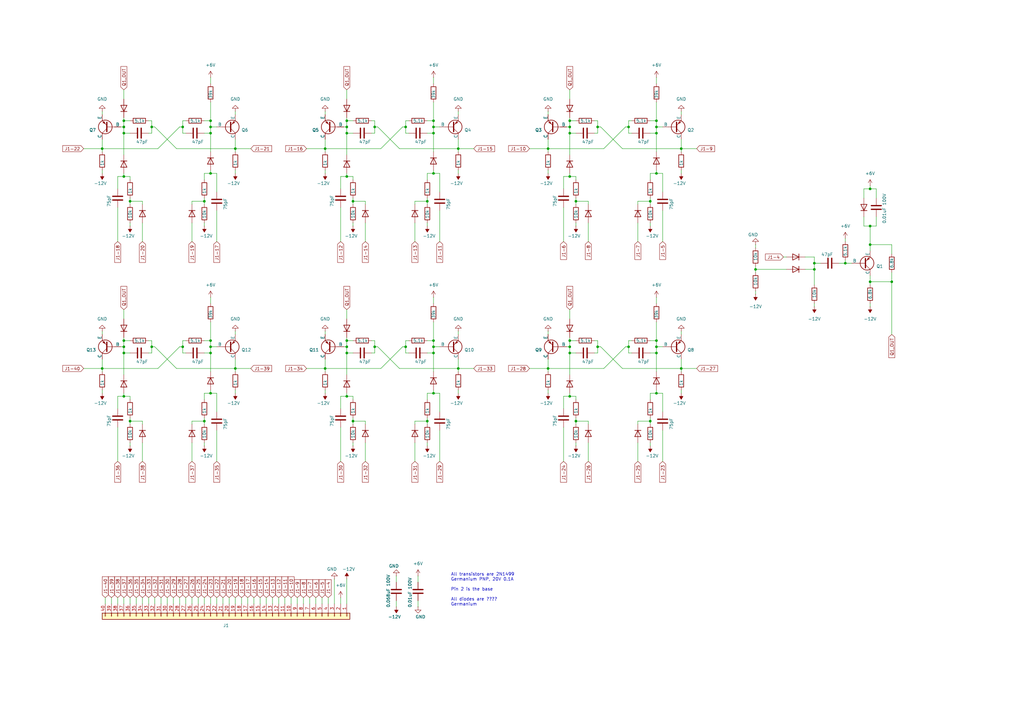
<source format=kicad_sch>
(kicad_sch (version 20250114) (generator "eeschema") (generator_version "9.0")
  (paper "A3")
  (text "All transistors are 2N1499\nGermanium PNP, 20V 0.1A\n\nPin 2 is the base\n\nAll diodes are ????\nGermanium" (at 184.912 241.808 0) (effects (font (size 1.27 1.27)) (justify left)))
  (junction (at 142.24 72.39))
  (junction (at 233.68 49.53))
  (junction (at 53.34 172.72))
  (junction (at 233.68 162.56))
  (junction (at 224.79 151.13))
  (junction (at 50.8 142.24))
  (junction (at 50.8 54.61))
  (junction (at 224.79 60.96))
  (junction (at 245.11 52.07))
  (junction (at 334.01 107.95))
  (junction (at 74.93 142.24))
  (junction (at 175.26 172.72))
  (junction (at 86.36 139.7))
  (junction (at 133.35 60.96))
  (junction (at 142.24 54.61))
  (junction (at 356.87 92.71))
  (junction (at 86.36 71.12))
  (junction (at 346.71 107.95))
  (junction (at 74.93 52.07))
  (junction (at 177.8 142.24))
  (junction (at 257.81 142.24))
  (junction (at 356.87 77.47))
  (junction (at 41.91 151.13))
  (junction (at 356.87 100.33))
  (junction (at 236.22 82.55))
  (junction (at 269.24 139.7))
  (junction (at 166.37 52.07))
  (junction (at 153.67 52.07))
  (junction (at 233.68 72.39))
  (junction (at 96.52 60.96))
  (junction (at 86.36 49.53))
  (junction (at 144.78 82.55))
  (junction (at 365.76 115.57))
  (junction (at 83.82 82.55))
  (junction (at 269.24 52.07))
  (junction (at 86.36 144.78))
  (junction (at 233.68 52.07))
  (junction (at 279.4 60.96))
  (junction (at 142.24 144.78))
  (junction (at 177.8 71.12))
  (junction (at 86.36 142.24))
  (junction (at 269.24 161.29))
  (junction (at 50.8 139.7))
  (junction (at 309.88 110.49))
  (junction (at 266.7 172.72))
  (junction (at 83.82 172.72))
  (junction (at 233.68 142.24))
  (junction (at 50.8 72.39))
  (junction (at 166.37 142.24))
  (junction (at 142.24 52.07))
  (junction (at 236.22 172.72))
  (junction (at 177.8 144.78))
  (junction (at 142.24 49.53))
  (junction (at 86.36 161.29))
  (junction (at 50.8 162.56))
  (junction (at 257.81 52.07))
  (junction (at 142.24 142.24))
  (junction (at 62.23 52.07))
  (junction (at 269.24 142.24))
  (junction (at 142.24 162.56))
  (junction (at 177.8 139.7))
  (junction (at 50.8 49.53))
  (junction (at 334.01 110.49))
  (junction (at 177.8 52.07))
  (junction (at 356.87 115.57))
  (junction (at 96.52 151.13))
  (junction (at 233.68 54.61))
  (junction (at 266.7 82.55))
  (junction (at 187.96 151.13))
  (junction (at 269.24 54.61))
  (junction (at 177.8 54.61))
  (junction (at 144.78 172.72))
  (junction (at 41.91 60.96))
  (junction (at 269.24 71.12))
  (junction (at 233.68 139.7))
  (junction (at 175.26 82.55))
  (junction (at 269.24 144.78))
  (junction (at 62.23 142.24))
  (junction (at 86.36 52.07))
  (junction (at 177.8 161.29))
  (junction (at 269.24 49.53))
  (junction (at 187.96 60.96))
  (junction (at 142.24 139.7))
  (junction (at 233.68 144.78))
  (junction (at 53.34 82.55))
  (junction (at 86.36 54.61))
  (junction (at 153.67 142.24))
  (junction (at 177.8 49.53))
  (junction (at 279.4 151.13))
  (junction (at 50.8 52.07))
  (junction (at 133.35 151.13))
  (junction (at 245.11 142.24))
  (junction (at 50.8 144.78))
  (wire (pts (xy 53.34 172.72) (xy 53.34 173.99)))
  (wire (pts (xy 241.3 82.55) (xy 236.22 82.55)))
  (wire (pts (xy 71.12 245.11) (xy 71.12 247.65)))
  (wire (pts (xy 76.2 245.11) (xy 76.2 247.65)))
  (wire (pts (xy 142.24 144.78) (xy 144.78 144.78)))
  (wire (pts (xy 142.24 138.43) (xy 142.24 139.7)))
  (wire (pts (xy 245.11 52.07) (xy 245.11 54.61)))
  (wire (pts (xy 266.7 139.7) (xy 269.24 139.7)))
  (wire (pts (xy 175.26 49.53) (xy 177.8 49.53)))
  (wire (pts (xy 236.22 72.39) (xy 233.68 72.39)))
  (wire (pts (xy 41.91 60.96) (xy 64.77 60.96)))
  (wire (pts (xy 74.93 139.7) (xy 74.93 142.24)))
  (wire (pts (xy 266.7 91.44) (xy 266.7 92.71)))
  (wire (pts (xy 245.11 144.78) (xy 243.84 144.78)))
  (wire (pts (xy 175.26 81.28) (xy 175.26 82.55)))
  (wire (pts (xy 224.79 60.96) (xy 224.79 57.15)))
  (wire (pts (xy 139.7 85.09) (xy 139.7 99.06)))
  (wire (pts (xy 83.82 163.83) (xy 83.82 161.29)))
  (wire (pts (xy 266.7 144.78) (xy 269.24 144.78)))
  (wire (pts (xy 256.54 52.07) (xy 247.65 60.96)))
  (wire (pts (xy 233.68 139.7) (xy 236.22 139.7)))
  (wire (pts (xy 83.82 71.12) (xy 86.36 71.12)))
  (wire (pts (xy 153.67 139.7) (xy 153.67 142.24)))
  (wire (pts (xy 167.64 144.78) (xy 166.37 144.78)))
  (wire (pts (xy 62.23 54.61) (xy 60.96 54.61)))
  (wire (pts (xy 78.74 245.11) (xy 78.74 247.65)))
  (wire (pts (xy 50.8 49.53) (xy 53.34 49.53)))
  (wire (pts (xy 266.7 71.12) (xy 269.24 71.12)))
  (wire (pts (xy 153.67 142.24) (xy 153.67 144.78)))
  (wire (pts (xy 60.96 245.11) (xy 60.96 247.65)))
  (wire (pts (xy 269.24 52.07) (xy 269.24 54.61)))
  (wire (pts (xy 72.39 151.13) (xy 96.52 151.13)))
  (wire (pts (xy 50.8 139.7) (xy 53.34 139.7)))
  (wire (pts (xy 175.26 54.61) (xy 177.8 54.61)))
  (wire (pts (xy 50.8 54.61) (xy 53.34 54.61)))
  (wire (pts (xy 153.67 52.07) (xy 154.94 52.07)))
  (wire (pts (xy 119.38 245.11) (xy 119.38 247.65)))
  (wire (pts (xy 50.8 49.53) (xy 50.8 52.07)))
  (wire (pts (xy 187.96 151.13) (xy 187.96 152.4)))
  (wire (pts (xy 231.14 175.26) (xy 231.14 189.23)))
  (wire (pts (xy 309.88 100.33) (xy 309.88 101.6)))
  (wire (pts (xy 334.01 124.46) (xy 334.01 125.73)))
  (wire (pts (xy 78.74 82.55) (xy 83.82 82.55)))
  (wire (pts (xy 246.38 142.24) (xy 255.27 151.13)))
  (wire (pts (xy 72.39 60.96) (xy 96.52 60.96)))
  (wire (pts (xy 175.26 71.12) (xy 177.8 71.12)))
  (wire (pts (xy 175.26 73.66) (xy 175.26 71.12)))
  (wire (pts (xy 83.82 161.29) (xy 86.36 161.29)))
  (wire (pts (xy 245.11 142.24) (xy 246.38 142.24)))
  (wire (pts (xy 50.8 52.07) (xy 50.8 54.61)))
  (wire (pts (xy 236.22 172.72) (xy 236.22 173.99)))
  (wire (pts (xy 233.68 138.43) (xy 233.68 139.7)))
  (wire (pts (xy 171.45 236.22) (xy 171.45 238.76)))
  (wire (pts (xy 88.9 161.29) (xy 86.36 161.29)))
  (wire (pts (xy 86.36 161.29) (xy 86.36 160.02)))
  (wire (pts (xy 269.24 31.75) (xy 269.24 34.29)))
  (wire (pts (xy 269.24 49.53) (xy 269.24 52.07)))
  (wire (pts (xy 233.68 72.39) (xy 233.68 71.12)))
  (wire (pts (xy 187.96 160.02) (xy 187.96 161.29)))
  (wire (pts (xy 149.86 172.72) (xy 144.78 172.72)))
  (wire (pts (xy 233.68 139.7) (xy 233.68 142.24)))
  (wire (pts (xy 74.93 142.24) (xy 74.93 144.78)))
  (wire (pts (xy 78.74 91.44) (xy 78.74 99.06)))
  (wire (pts (xy 83.82 54.61) (xy 86.36 54.61)))
  (wire (pts (xy 154.94 52.07) (xy 163.83 60.96)))
  (wire (pts (xy 170.18 172.72) (xy 175.26 172.72)))
  (wire (pts (xy 58.42 82.55) (xy 58.42 83.82)))
  (wire (pts (xy 50.8 245.11) (xy 50.8 247.65)))
  (wire (pts (xy 48.26 175.26) (xy 48.26 189.23)))
  (wire (pts (xy 269.24 71.12) (xy 269.24 69.85)))
  (wire (pts (xy 256.54 142.24) (xy 257.81 142.24)))
  (wire (pts (xy 133.35 60.96) (xy 133.35 57.15)))
  (wire (pts (xy 224.79 151.13) (xy 224.79 147.32)))
  (wire (pts (xy 74.93 49.53) (xy 74.93 52.07)))
  (wire (pts (xy 271.78 161.29) (xy 269.24 161.29)))
  (wire (pts (xy 99.06 245.11) (xy 99.06 247.65)))
  (wire (pts (xy 256.54 142.24) (xy 247.65 151.13)))
  (wire (pts (xy 125.73 151.13) (xy 133.35 151.13)))
  (wire (pts (xy 336.55 107.95) (xy 334.01 107.95)))
  (wire (pts (xy 83.82 49.53) (xy 86.36 49.53)))
  (wire (pts (xy 86.36 144.78) (xy 86.36 152.4)))
  (wire (pts (xy 102.87 60.96) (xy 96.52 60.96)))
  (wire (pts (xy 133.35 151.13) (xy 133.35 152.4)))
  (wire (pts (xy 133.35 45.72) (xy 133.35 46.99)))
  (wire (pts (xy 334.01 107.95) (xy 334.01 110.49)))
  (wire (pts (xy 50.8 72.39) (xy 50.8 71.12)))
  (wire (pts (xy 74.93 49.53) (xy 76.2 49.53)))
  (wire (pts (xy 269.24 54.61) (xy 269.24 62.23)))
  (wire (pts (xy 346.71 97.79) (xy 346.71 99.06)))
  (wire (pts (xy 41.91 60.96) (xy 41.91 62.23)))
  (wire (pts (xy 83.82 181.61) (xy 83.82 182.88)))
  (wire (pts (xy 41.91 60.96) (xy 41.91 57.15)))
  (wire (pts (xy 153.67 142.24) (xy 154.94 142.24)))
  (wire (pts (xy 245.11 54.61) (xy 243.84 54.61)))
  (wire (pts (xy 139.7 175.26) (xy 139.7 189.23)))
  (wire (pts (xy 48.26 72.39) (xy 48.26 77.47)))
  (wire (pts (xy 83.82 245.11) (xy 83.82 247.65)))
  (wire (pts (xy 354.33 77.47) (xy 354.33 81.28)))
  (wire (pts (xy 175.26 91.44) (xy 175.26 92.71)))
  (wire (pts (xy 86.36 121.92) (xy 86.36 124.46)))
  (wire (pts (xy 86.36 49.53) (xy 86.36 52.07)))
  (wire (pts (xy 271.78 86.36) (xy 271.78 99.06)))
  (wire (pts (xy 88.9 78.74) (xy 88.9 71.12)))
  (wire (pts (xy 96.52 46.99) (xy 96.52 45.72)))
  (wire (pts (xy 50.8 54.61) (xy 50.8 63.5)))
  (wire (pts (xy 86.36 132.08) (xy 86.36 139.7)))
  (wire (pts (xy 257.81 52.07) (xy 257.81 54.61)))
  (wire (pts (xy 231.14 162.56) (xy 233.68 162.56)))
  (wire (pts (xy 62.23 142.24) (xy 63.5 142.24)))
  (wire (pts (xy 86.36 31.75) (xy 86.36 34.29)))
  (wire (pts (xy 236.22 73.66) (xy 236.22 72.39)))
  (wire (pts (xy 83.82 81.28) (xy 83.82 82.55)))
  (wire (pts (xy 101.6 245.11) (xy 101.6 247.65)))
  (wire (pts (xy 309.88 109.22) (xy 309.88 110.49)))
  (wire (pts (xy 233.68 48.26) (xy 233.68 49.53)))
  (wire (pts (xy 41.91 151.13) (xy 64.77 151.13)))
  (wire (pts (xy 58.42 181.61) (xy 58.42 189.23)))
  (wire (pts (xy 144.78 181.61) (xy 144.78 182.88)))
  (wire (pts (xy 62.23 49.53) (xy 62.23 52.07)))
  (wire (pts (xy 245.11 49.53) (xy 243.84 49.53)))
  (wire (pts (xy 233.68 144.78) (xy 233.68 153.67)))
  (wire (pts (xy 153.67 139.7) (xy 152.4 139.7)))
  (wire (pts (xy 62.23 144.78) (xy 60.96 144.78)))
  (wire (pts (xy 88.9 176.53) (xy 88.9 189.23)))
  (wire (pts (xy 144.78 171.45) (xy 144.78 172.72)))
  (wire (pts (xy 233.68 49.53) (xy 236.22 49.53)))
  (wire (pts (xy 259.08 144.78) (xy 257.81 144.78)))
  (wire (pts (xy 279.4 151.13) (xy 279.4 152.4)))
  (wire (pts (xy 48.26 245.11) (xy 48.26 247.65)))
  (wire (pts (xy 177.8 31.75) (xy 177.8 34.29)))
  (wire (pts (xy 261.62 181.61) (xy 261.62 189.23)))
  (wire (pts (xy 137.16 237.49) (xy 137.16 247.65)))
  (wire (pts (xy 62.23 142.24) (xy 62.23 144.78)))
  (wire (pts (xy 359.41 88.9) (xy 359.41 92.71)))
  (wire (pts (xy 365.76 104.14) (xy 365.76 100.33)))
  (wire (pts (xy 245.11 142.24) (xy 245.11 144.78)))
  (wire (pts (xy 149.86 82.55) (xy 149.86 83.82)))
  (wire (pts (xy 153.67 52.07) (xy 153.67 54.61)))
  (wire (pts (xy 175.26 144.78) (xy 177.8 144.78)))
  (wire (pts (xy 144.78 72.39) (xy 142.24 72.39)))
  (wire (pts (xy 177.8 52.07) (xy 180.34 52.07)))
  (wire (pts (xy 269.24 161.29) (xy 269.24 160.02)))
  (wire (pts (xy 73.66 52.07) (xy 64.77 60.96)))
  (wire (pts (xy 224.79 45.72) (xy 224.79 46.99)))
  (wire (pts (xy 142.24 52.07) (xy 142.24 54.61)))
  (wire (pts (xy 74.93 52.07) (xy 74.93 54.61)))
  (wire (pts (xy 66.04 245.11) (xy 66.04 247.65)))
  (wire (pts (xy 266.7 161.29) (xy 269.24 161.29)))
  (wire (pts (xy 180.34 86.36) (xy 180.34 99.06)))
  (wire (pts (xy 256.54 52.07) (xy 257.81 52.07)))
  (wire (pts (xy 88.9 86.36) (xy 88.9 99.06)))
  (wire (pts (xy 344.17 107.95) (xy 346.71 107.95)))
  (wire (pts (xy 269.24 41.91) (xy 269.24 49.53)))
  (wire (pts (xy 48.26 162.56) (xy 50.8 162.56)))
  (wire (pts (xy 88.9 71.12) (xy 86.36 71.12)))
  (wire (pts (xy 106.68 245.11) (xy 106.68 247.65)))
  (wire (pts (xy 245.11 52.07) (xy 246.38 52.07)))
  (wire (pts (xy 114.3 245.11) (xy 114.3 247.65)))
  (wire (pts (xy 257.81 139.7) (xy 259.08 139.7)))
  (wire (pts (xy 74.93 139.7) (xy 76.2 139.7)))
  (wire (pts (xy 86.36 245.11) (xy 86.36 247.65)))
  (wire (pts (xy 50.8 162.56) (xy 50.8 161.29)))
  (wire (pts (xy 34.29 60.96) (xy 41.91 60.96)))
  (wire (pts (xy 236.22 91.44) (xy 236.22 92.71)))
  (wire (pts (xy 356.87 115.57) (xy 356.87 116.84)))
  (wire (pts (xy 83.82 73.66) (xy 83.82 71.12)))
  (wire (pts (xy 125.73 60.96) (xy 133.35 60.96)))
  (wire (pts (xy 86.36 52.07) (xy 86.36 54.61)))
  (wire (pts (xy 50.8 144.78) (xy 53.34 144.78)))
  (wire (pts (xy 359.41 92.71) (xy 356.87 92.71)))
  (wire (pts (xy 86.36 142.24) (xy 88.9 142.24)))
  (wire (pts (xy 34.29 151.13) (xy 41.91 151.13)))
  (wire (pts (xy 269.24 142.24) (xy 271.78 142.24)))
  (wire (pts (xy 170.18 172.72) (xy 170.18 173.99)))
  (wire (pts (xy 356.87 124.46) (xy 356.87 125.73)))
  (wire (pts (xy 162.56 246.38) (xy 162.56 248.92)))
  (wire (pts (xy 88.9 245.11) (xy 88.9 247.65)))
  (wire (pts (xy 58.42 172.72) (xy 58.42 173.99)))
  (wire (pts (xy 83.82 139.7) (xy 86.36 139.7)))
  (wire (pts (xy 53.34 171.45) (xy 53.34 172.72)))
  (wire (pts (xy 86.36 139.7) (xy 86.36 142.24)))
  (wire (pts (xy 149.86 181.61) (xy 149.86 189.23)))
  (wire (pts (xy 266.7 49.53) (xy 269.24 49.53)))
  (wire (pts (xy 266.7 82.55) (xy 266.7 83.82)))
  (wire (pts (xy 96.52 160.02) (xy 96.52 161.29)))
  (wire (pts (xy 111.76 245.11) (xy 111.76 247.65)))
  (wire (pts (xy 55.88 245.11) (xy 55.88 247.65)))
  (wire (pts (xy 166.37 49.53) (xy 167.64 49.53)))
  (wire (pts (xy 236.22 162.56) (xy 233.68 162.56)))
  (wire (pts (xy 48.26 72.39) (xy 50.8 72.39)))
  (wire (pts (xy 142.24 237.49) (xy 142.24 247.65)))
  (wire (pts (xy 166.37 139.7) (xy 166.37 142.24)))
  (wire (pts (xy 180.34 161.29) (xy 177.8 161.29)))
  (wire (pts (xy 257.81 49.53) (xy 257.81 52.07)))
  (wire (pts (xy 62.23 49.53) (xy 60.96 49.53)))
  (wire (pts (xy 177.8 49.53) (xy 177.8 52.07)))
  (wire (pts (xy 170.18 91.44) (xy 170.18 99.06)))
  (wire (pts (xy 359.41 77.47) (xy 356.87 77.47)))
  (wire (pts (xy 233.68 54.61) (xy 236.22 54.61)))
  (wire (pts (xy 153.67 144.78) (xy 152.4 144.78)))
  (wire (pts (xy 269.24 132.08) (xy 269.24 139.7)))
  (wire (pts (xy 50.8 36.83) (xy 50.8 40.64)))
  (wire (pts (xy 356.87 113.03) (xy 356.87 115.57)))
  (wire (pts (xy 73.66 142.24) (xy 64.77 151.13)))
  (wire (pts (xy 180.34 78.74) (xy 180.34 71.12)))
  (wire (pts (xy 96.52 60.96) (xy 96.52 62.23)))
  (wire (pts (xy 266.7 172.72) (xy 266.7 173.99)))
  (wire (pts (xy 139.7 245.11) (xy 139.7 247.65)))
  (wire (pts (xy 86.36 142.24) (xy 86.36 144.78)))
  (wire (pts (xy 231.14 72.39) (xy 231.14 77.47)))
  (wire (pts (xy 78.74 172.72) (xy 78.74 173.99)))
  (wire (pts (xy 50.8 127) (xy 50.8 130.81)))
  (wire (pts (xy 163.83 151.13) (xy 187.96 151.13)))
  (wire (pts (xy 233.68 127) (xy 233.68 130.81)))
  (wire (pts (xy 269.24 142.24) (xy 269.24 144.78)))
  (wire (pts (xy 261.62 82.55) (xy 261.62 83.82)))
  (wire (pts (xy 153.67 54.61) (xy 152.4 54.61)))
  (wire (pts (xy 86.36 71.12) (xy 86.36 69.85)))
  (wire (pts (xy 217.17 60.96) (xy 224.79 60.96)))
  (wire (pts (xy 58.42 245.11) (xy 58.42 247.65)))
  (wire (pts (xy 48.26 162.56) (xy 48.26 167.64)))
  (wire (pts (xy 266.7 171.45) (xy 266.7 172.72)))
  (wire (pts (xy 170.18 82.55) (xy 170.18 83.82)))
  (wire (pts (xy 149.86 91.44) (xy 149.86 99.06)))
  (wire (pts (xy 187.96 60.96) (xy 187.96 62.23)))
  (wire (pts (xy 177.8 139.7) (xy 177.8 142.24)))
  (wire (pts (xy 83.82 82.55) (xy 83.82 83.82)))
  (wire (pts (xy 53.34 163.83) (xy 53.34 162.56)))
  (wire (pts (xy 285.75 151.13) (xy 279.4 151.13)))
  (wire (pts (xy 354.33 92.71) (xy 354.33 88.9)))
  (wire (pts (xy 261.62 172.72) (xy 266.7 172.72)))
  (wire (pts (xy 175.26 172.72) (xy 175.26 173.99)))
  (wire (pts (xy 144.78 81.28) (xy 144.78 82.55)))
  (wire (pts (xy 365.76 137.16) (xy 365.76 115.57)))
  (wire (pts (xy 132.08 245.11) (xy 132.08 247.65)))
  (wire (pts (xy 177.8 132.08) (xy 177.8 139.7)))
  (wire (pts (xy 177.8 121.92) (xy 177.8 124.46)))
  (wire (pts (xy 96.52 57.15) (xy 96.52 60.96)))
  (wire (pts (xy 144.78 172.72) (xy 144.78 173.99)))
  (wire (pts (xy 171.45 246.38) (xy 171.45 248.92)))
  (wire (pts (xy 309.88 110.49) (xy 309.88 111.76)))
  (wire (pts (xy 93.98 245.11) (xy 93.98 247.65)))
  (wire (pts (xy 245.11 139.7) (xy 245.11 142.24)))
  (wire (pts (xy 175.26 139.7) (xy 177.8 139.7)))
  (wire (pts (xy 257.81 139.7) (xy 257.81 142.24)))
  (wire (pts (xy 177.8 142.24) (xy 180.34 142.24)))
  (wire (pts (xy 76.2 54.61) (xy 74.93 54.61)))
  (wire (pts (xy 257.81 49.53) (xy 259.08 49.53)))
  (wire (pts (xy 266.7 81.28) (xy 266.7 82.55)))
  (wire (pts (xy 53.34 91.44) (xy 53.34 92.71)))
  (wire (pts (xy 139.7 72.39) (xy 142.24 72.39)))
  (wire (pts (xy 271.78 176.53) (xy 271.78 189.23)))
  (wire (pts (xy 76.2 144.78) (xy 74.93 144.78)))
  (wire (pts (xy 177.8 142.24) (xy 177.8 144.78)))
  (wire (pts (xy 142.24 48.26) (xy 142.24 49.53)))
  (wire (pts (xy 140.97 142.24) (xy 142.24 142.24)))
  (wire (pts (xy 187.96 137.16) (xy 187.96 135.89)))
  (wire (pts (xy 266.7 181.61) (xy 266.7 182.88)))
  (wire (pts (xy 149.86 82.55) (xy 144.78 82.55)))
  (wire (pts (xy 261.62 82.55) (xy 266.7 82.55)))
  (wire (pts (xy 162.56 236.22) (xy 162.56 238.76)))
  (wire (pts (xy 330.2 110.49) (xy 334.01 110.49)))
  (wire (pts (xy 86.36 52.07) (xy 88.9 52.07)))
  (wire (pts (xy 224.79 60.96) (xy 247.65 60.96)))
  (wire (pts (xy 53.34 162.56) (xy 50.8 162.56)))
  (wire (pts (xy 133.35 60.96) (xy 133.35 62.23)))
  (wire (pts (xy 142.24 139.7) (xy 144.78 139.7)))
  (wire (pts (xy 269.24 121.92) (xy 269.24 124.46)))
  (wire (pts (xy 139.7 162.56) (xy 142.24 162.56)))
  (wire (pts (xy 133.35 160.02) (xy 133.35 161.29)))
  (wire (pts (xy 96.52 147.32) (xy 96.52 151.13)))
  (wire (pts (xy 175.26 82.55) (xy 175.26 83.82)))
  (wire (pts (xy 153.67 49.53) (xy 152.4 49.53)))
  (wire (pts (xy 53.34 73.66) (xy 53.34 72.39)))
  (wire (pts (xy 63.5 52.07) (xy 72.39 60.96)))
  (wire (pts (xy 175.26 163.83) (xy 175.26 161.29)))
  (wire (pts (xy 233.68 144.78) (xy 236.22 144.78)))
  (wire (pts (xy 133.35 69.85) (xy 133.35 71.12)))
  (wire (pts (xy 356.87 100.33) (xy 356.87 102.87)))
  (wire (pts (xy 144.78 91.44) (xy 144.78 92.71)))
  (wire (pts (xy 41.91 45.72) (xy 41.91 46.99)))
  (wire (pts (xy 233.68 54.61) (xy 233.68 63.5)))
  (wire (pts (xy 88.9 168.91) (xy 88.9 161.29)))
  (wire (pts (xy 177.8 161.29) (xy 177.8 160.02)))
  (wire (pts (xy 194.31 60.96) (xy 187.96 60.96)))
  (wire (pts (xy 45.72 245.11) (xy 45.72 247.65)))
  (wire (pts (xy 170.18 181.61) (xy 170.18 189.23)))
  (wire (pts (xy 50.8 144.78) (xy 50.8 153.67)))
  (wire (pts (xy 187.96 46.99) (xy 187.96 45.72)))
  (wire (pts (xy 121.92 245.11) (xy 121.92 247.65)))
  (wire (pts (xy 134.62 245.11) (xy 134.62 247.65)))
  (wire (pts (xy 224.79 151.13) (xy 224.79 152.4)))
  (wire (pts (xy 241.3 172.72) (xy 241.3 173.99)))
  (wire (pts (xy 78.74 82.55) (xy 78.74 83.82)))
  (wire (pts (xy 177.8 71.12) (xy 177.8 69.85)))
  (wire (pts (xy 224.79 69.85) (xy 224.79 71.12)))
  (wire (pts (xy 241.3 181.61) (xy 241.3 189.23)))
  (wire (pts (xy 83.82 171.45) (xy 83.82 172.72)))
  (wire (pts (xy 245.11 139.7) (xy 243.84 139.7)))
  (wire (pts (xy 48.26 85.09) (xy 48.26 99.06)))
  (wire (pts (xy 68.58 245.11) (xy 68.58 247.65)))
  (wire (pts (xy 224.79 160.02) (xy 224.79 161.29)))
  (wire (pts (xy 279.4 46.99) (xy 279.4 45.72)))
  (wire (pts (xy 356.87 76.2) (xy 356.87 77.47)))
  (wire (pts (xy 165.1 142.24) (xy 166.37 142.24)))
  (wire (pts (xy 116.84 245.11) (xy 116.84 247.65)))
  (wire (pts (xy 139.7 72.39) (xy 139.7 77.47)))
  (wire (pts (xy 177.8 41.91) (xy 177.8 49.53)))
  (wire (pts (xy 133.35 151.13) (xy 156.21 151.13)))
  (wire (pts (xy 53.34 72.39) (xy 50.8 72.39)))
  (wire (pts (xy 149.86 172.72) (xy 149.86 173.99)))
  (wire (pts (xy 356.87 92.71) (xy 354.33 92.71)))
  (wire (pts (xy 321.31 105.41) (xy 322.58 105.41)))
  (wire (pts (xy 165.1 52.07) (xy 166.37 52.07)))
  (wire (pts (xy 142.24 36.83) (xy 142.24 40.64)))
  (wire (pts (xy 217.17 151.13) (xy 224.79 151.13)))
  (wire (pts (xy 177.8 54.61) (xy 177.8 62.23)))
  (wire (pts (xy 124.46 245.11) (xy 124.46 247.65)))
  (wire (pts (xy 53.34 181.61) (xy 53.34 182.88)))
  (wire (pts (xy 356.87 92.71) (xy 356.87 100.33)))
  (wire (pts (xy 279.4 60.96) (xy 279.4 62.23)))
  (wire (pts (xy 175.26 161.29) (xy 177.8 161.29)))
  (wire (pts (xy 245.11 49.53) (xy 245.11 52.07)))
  (wire (pts (xy 279.4 69.85) (xy 279.4 71.12)))
  (wire (pts (xy 73.66 245.11) (xy 73.66 247.65)))
  (wire (pts (xy 187.96 147.32) (xy 187.96 151.13)))
  (wire (pts (xy 50.8 138.43) (xy 50.8 139.7)))
  (wire (pts (xy 58.42 172.72) (xy 53.34 172.72)))
  (wire (pts (xy 271.78 168.91) (xy 271.78 161.29)))
  (wire (pts (xy 257.81 142.24) (xy 257.81 144.78)))
  (wire (pts (xy 224.79 135.89) (xy 224.79 137.16)))
  (wire (pts (xy 194.31 151.13) (xy 187.96 151.13)))
  (wire (pts (xy 330.2 105.41) (xy 334.01 105.41)))
  (wire (pts (xy 269.24 139.7) (xy 269.24 142.24)))
  (wire (pts (xy 41.91 151.13) (xy 41.91 147.32)))
  (wire (pts (xy 187.96 57.15) (xy 187.96 60.96)))
  (wire (pts (xy 231.14 162.56) (xy 231.14 167.64)))
  (wire (pts (xy 96.52 245.11) (xy 96.52 247.65)))
  (wire (pts (xy 365.76 100.33) (xy 356.87 100.33)))
  (wire (pts (xy 175.26 171.45) (xy 175.26 172.72)))
  (wire (pts (xy 144.78 163.83) (xy 144.78 162.56)))
  (wire (pts (xy 285.75 60.96) (xy 279.4 60.96)))
  (wire (pts (xy 91.44 245.11) (xy 91.44 247.65)))
  (wire (pts (xy 154.94 142.24) (xy 163.83 151.13)))
  (wire (pts (xy 96.52 151.13) (xy 96.52 152.4)))
  (wire (pts (xy 166.37 139.7) (xy 167.64 139.7)))
  (wire (pts (xy 279.4 57.15) (xy 279.4 60.96)))
  (wire (pts (xy 365.76 111.76) (xy 365.76 115.57)))
  (wire (pts (xy 142.24 162.56) (xy 142.24 161.29)))
  (wire (pts (xy 346.71 107.95) (xy 349.25 107.95)))
  (wire (pts (xy 50.8 139.7) (xy 50.8 142.24)))
  (wire (pts (xy 133.35 60.96) (xy 156.21 60.96)))
  (wire (pts (xy 142.24 54.61) (xy 144.78 54.61)))
  (wire (pts (xy 133.35 135.89) (xy 133.35 137.16)))
  (wire (pts (xy 266.7 163.83) (xy 266.7 161.29)))
  (wire (pts (xy 236.22 81.28) (xy 236.22 82.55)))
  (wire (pts (xy 266.7 54.61) (xy 269.24 54.61)))
  (wire (pts (xy 231.14 85.09) (xy 231.14 99.06)))
  (wire (pts (xy 53.34 81.28) (xy 53.34 82.55)))
  (wire (pts (xy 166.37 52.07) (xy 166.37 54.61)))
  (wire (pts (xy 83.82 91.44) (xy 83.82 92.71)))
  (wire (pts (xy 259.08 54.61) (xy 257.81 54.61)))
  (wire (pts (xy 53.34 82.55) (xy 53.34 83.82)))
  (wire (pts (xy 180.34 168.91) (xy 180.34 161.29)))
  (wire (pts (xy 271.78 71.12) (xy 269.24 71.12)))
  (wire (pts (xy 346.71 106.68) (xy 346.71 107.95)))
  (wire (pts (xy 166.37 142.24) (xy 166.37 144.78)))
  (wire (pts (xy 53.34 245.11) (xy 53.34 247.65)))
  (wire (pts (xy 104.14 245.11) (xy 104.14 247.65)))
  (wire (pts (xy 43.18 245.11) (xy 43.18 247.65)))
  (wire (pts (xy 224.79 151.13) (xy 247.65 151.13)))
  (wire (pts (xy 83.82 172.72) (xy 83.82 173.99)))
  (wire (pts (xy 127 245.11) (xy 127 247.65)))
  (wire (pts (xy 279.4 147.32) (xy 279.4 151.13)))
  (wire (pts (xy 142.24 49.53) (xy 142.24 52.07)))
  (wire (pts (xy 261.62 172.72) (xy 261.62 173.99)))
  (wire (pts (xy 96.52 69.85) (xy 96.52 71.12)))
  (wire (pts (xy 233.68 142.24) (xy 233.68 144.78)))
  (wire (pts (xy 96.52 137.16) (xy 96.52 135.89)))
  (wire (pts (xy 241.3 91.44) (xy 241.3 99.06)))
  (wire (pts (xy 177.8 52.07) (xy 177.8 54.61)))
  (wire (pts (xy 144.78 73.66) (xy 144.78 72.39)))
  (wire (pts (xy 142.24 139.7) (xy 142.24 142.24)))
  (wire (pts (xy 266.7 73.66) (xy 266.7 71.12)))
  (wire (pts (xy 233.68 36.83) (xy 233.68 40.64)))
  (wire (pts (xy 279.4 137.16) (xy 279.4 135.89)))
  (wire (pts (xy 41.91 69.85) (xy 41.91 71.12)))
  (wire (pts (xy 334.01 110.49) (xy 334.01 116.84)))
  (wire (pts (xy 163.83 60.96) (xy 187.96 60.96)))
  (wire (pts (xy 279.4 160.02) (xy 279.4 161.29)))
  (wire (pts (xy 139.7 162.56) (xy 139.7 167.64)))
  (wire (pts (xy 236.22 163.83) (xy 236.22 162.56)))
  (wire (pts (xy 165.1 142.24) (xy 156.21 151.13)))
  (wire (pts (xy 140.97 52.07) (xy 142.24 52.07)))
  (wire (pts (xy 109.22 245.11) (xy 109.22 247.65)))
  (wire (pts (xy 236.22 181.61) (xy 236.22 182.88)))
  (wire (pts (xy 62.23 139.7) (xy 60.96 139.7)))
  (wire (pts (xy 41.91 160.02) (xy 41.91 161.29)))
  (wire (pts (xy 153.67 49.53) (xy 153.67 52.07)))
  (wire (pts (xy 261.62 91.44) (xy 261.62 99.06)))
  (wire (pts (xy 129.54 245.11) (xy 129.54 247.65)))
  (wire (pts (xy 58.42 82.55) (xy 53.34 82.55)))
  (wire (pts (xy 50.8 142.24) (xy 50.8 144.78)))
  (wire (pts (xy 142.24 49.53) (xy 144.78 49.53)))
  (wire (pts (xy 187.96 69.85) (xy 187.96 71.12)))
  (wire (pts (xy 144.78 162.56) (xy 142.24 162.56)))
  (wire (pts (xy 165.1 52.07) (xy 156.21 60.96)))
  (wire (pts (xy 232.41 142.24) (xy 233.68 142.24)))
  (wire (pts (xy 309.88 110.49) (xy 322.58 110.49)))
  (wire (pts (xy 49.53 142.24) (xy 50.8 142.24)))
  (wire (pts (xy 73.66 142.24) (xy 74.93 142.24)))
  (wire (pts (xy 41.91 135.89) (xy 41.91 137.16)))
  (wire (pts (xy 269.24 144.78) (xy 269.24 152.4)))
  (wire (pts (xy 236.22 82.55) (xy 236.22 83.82)))
  (wire (pts (xy 62.23 52.07) (xy 63.5 52.07)))
  (wire (pts (xy 236.22 171.45) (xy 236.22 172.72)))
  (wire (pts (xy 233.68 49.53) (xy 233.68 52.07)))
  (wire (pts (xy 167.64 54.61) (xy 166.37 54.61)))
  (wire (pts (xy 231.14 72.39) (xy 233.68 72.39)))
  (wire (pts (xy 170.18 82.55) (xy 175.26 82.55)))
  (wire (pts (xy 255.27 60.96) (xy 279.4 60.96)))
  (wire (pts (xy 142.24 54.61) (xy 142.24 63.5)))
  (wire (pts (xy 224.79 60.96) (xy 224.79 62.23)))
  (wire (pts (xy 255.27 151.13) (xy 279.4 151.13)))
  (wire (pts (xy 359.41 81.28) (xy 359.41 77.47)))
  (wire (pts (xy 86.36 41.91) (xy 86.36 49.53)))
  (wire (pts (xy 83.82 144.78) (xy 86.36 144.78)))
  (wire (pts (xy 78.74 172.72) (xy 83.82 172.72)))
  (wire (pts (xy 241.3 172.72) (xy 236.22 172.72)))
  (wire (pts (xy 177.8 144.78) (xy 177.8 152.4)))
  (wire (pts (xy 41.91 151.13) (xy 41.91 152.4)))
  (wire (pts (xy 334.01 105.41) (xy 334.01 107.95)))
  (wire (pts (xy 166.37 49.53) (xy 166.37 52.07)))
  (wire (pts (xy 78.74 181.61) (xy 78.74 189.23)))
  (wire (pts (xy 86.36 54.61) (xy 86.36 62.23)))
  (wire (pts (xy 49.53 52.07) (xy 50.8 52.07)))
  (wire (pts (xy 50.8 48.26) (xy 50.8 49.53)))
  (wire (pts (xy 246.38 52.07) (xy 255.27 60.96)))
  (wire (pts (xy 309.88 119.38) (xy 309.88 120.65)))
  (wire (pts (xy 142.24 72.39) (xy 142.24 71.12)))
  (wire (pts (xy 365.76 115.57) (xy 356.87 115.57)))
  (wire (pts (xy 271.78 78.74) (xy 271.78 71.12)))
  (wire (pts (xy 63.5 245.11) (xy 63.5 247.65)))
  (wire (pts (xy 63.5 142.24) (xy 72.39 151.13)))
  (wire (pts (xy 81.28 245.11) (xy 81.28 247.65)))
  (wire (pts (xy 356.87 77.47) (xy 354.33 77.47)))
  (wire (pts (xy 241.3 82.55) (xy 241.3 83.82)))
  (wire (pts (xy 180.34 71.12) (xy 177.8 71.12)))
  (wire (pts (xy 58.42 91.44) (xy 58.42 99.06)))
  (wire (pts (xy 102.87 151.13) (xy 96.52 151.13)))
  (wire (pts (xy 73.66 52.07) (xy 74.93 52.07)))
  (wire (pts (xy 144.78 82.55) (xy 144.78 83.82)))
  (wire (pts (xy 142.24 142.24) (xy 142.24 144.78)))
  (wire (pts (xy 133.35 151.13) (xy 133.35 147.32)))
  (wire (pts (xy 62.23 52.07) (xy 62.23 54.61)))
  (wire (pts (xy 233.68 52.07) (xy 233.68 54.61)))
  (wire (pts (xy 180.34 176.53) (xy 180.34 189.23)))
  (wire (pts (xy 142.24 127) (xy 142.24 130.81)))
  (wire (pts (xy 269.24 52.07) (xy 271.78 52.07)))
  (wire (pts (xy 233.68 162.56) (xy 233.68 161.29)))
  (wire (pts (xy 142.24 144.78) (xy 142.24 153.67)))
  (wire (pts (xy 175.26 181.61) (xy 175.26 182.88)))
  (wire (pts (xy 232.41 52.07) (xy 233.68 52.07)))
  (wire (pts (xy 62.23 139.7) (xy 62.23 142.24)))
  (global_label "J1-30" (shape input) (at 68.58 245.11 90) (property "Intersheetrefs" "${INTERSHEET_REFS}" (effects (hide yes))))
  (global_label "J1-23" (shape input) (at 271.78 189.23 270) (property "Intersheetrefs" "${INTERSHEET_REFS}" (effects (hide yes))))
  (global_label "Q1_OUT" (shape input) (at 233.68 127 90) (property "Intersheetrefs" "${INTERSHEET_REFS}" (effects (hide yes))))
  (global_label "J1-9" (shape input) (at 121.92 245.11 90) (property "Intersheetrefs" "${INTERSHEET_REFS}" (effects (hide yes))))
  (global_label "J1-28" (shape input) (at 73.66 245.11 90) (property "Intersheetrefs" "${INTERSHEET_REFS}" (effects (hide yes))))
  (global_label "J1-16" (shape input) (at 104.14 245.11 90) (property "Intersheetrefs" "${INTERSHEET_REFS}" (effects (hide yes))))
  (global_label "J1-39" (shape input) (at 102.87 151.13 0) (property "Intersheetrefs" "${INTERSHEET_REFS}" (effects (hide yes))))
  (global_label "J1-10" (shape input) (at 217.17 60.96 180) (property "Intersheetrefs" "${INTERSHEET_REFS}" (effects (hide yes))))
  (global_label "J1-20" (shape input) (at 58.42 99.06 270) (property "Intersheetrefs" "${INTERSHEET_REFS}" (effects (hide yes))))
  (global_label "J1-27" (shape input) (at 76.2 245.11 90) (property "Intersheetrefs" "${INTERSHEET_REFS}" (effects (hide yes))))
  (global_label "J1-10" (shape input) (at 119.38 245.11 90) (property "Intersheetrefs" "${INTERSHEET_REFS}" (effects (hide yes))))
  (global_label "J1-22" (shape input) (at 88.9 245.11 90) (property "Intersheetrefs" "${INTERSHEET_REFS}" (effects (hide yes))))
  (global_label "J1-33" (shape input) (at 60.96 245.11 90) (property "Intersheetrefs" "${INTERSHEET_REFS}" (effects (hide yes))))
  (global_label "J1-29" (shape input) (at 180.34 189.23 270) (property "Intersheetrefs" "${INTERSHEET_REFS}" (effects (hide yes))))
  (global_label "J1-15" (shape input) (at 194.31 60.96 0) (property "Intersheetrefs" "${INTERSHEET_REFS}" (effects (hide yes))))
  (global_label "J1-31" (shape input) (at 66.04 245.11 90) (property "Intersheetrefs" "${INTERSHEET_REFS}" (effects (hide yes))))
  (global_label "J1-40" (shape input) (at 34.29 151.13 180) (property "Intersheetrefs" "${INTERSHEET_REFS}" (effects (hide yes))))
  (global_label "J1-34" (shape input) (at 125.73 151.13 180) (property "Intersheetrefs" "${INTERSHEET_REFS}" (effects (hide yes))))
  (global_label "J1-36" (shape input) (at 53.34 245.11 90) (property "Intersheetrefs" "${INTERSHEET_REFS}" (effects (hide yes))))
  (global_label "J1-21" (shape input) (at 91.44 245.11 90) (property "Intersheetrefs" "${INTERSHEET_REFS}" (effects (hide yes))))
  (global_label "Q1_OUT" (shape input) (at 142.24 127 90) (property "Intersheetrefs" "${INTERSHEET_REFS}" (effects (hide yes))))
  (global_label "J1-39" (shape input) (at 45.72 245.11 90) (property "Intersheetrefs" "${INTERSHEET_REFS}" (effects (hide yes))))
  (global_label "J1-9" (shape input) (at 285.75 60.96 0) (property "Intersheetrefs" "${INTERSHEET_REFS}" (effects (hide yes))))
  (global_label "J1-12" (shape input) (at 114.3 245.11 90) (property "Intersheetrefs" "${INTERSHEET_REFS}" (effects (hide yes))))
  (global_label "J1-28" (shape input) (at 217.17 151.13 180) (property "Intersheetrefs" "${INTERSHEET_REFS}" (effects (hide yes))))
  (global_label "J1-6" (shape input) (at 129.54 245.11 90) (property "Intersheetrefs" "${INTERSHEET_REFS}" (effects (hide yes))))
  (global_label "J1-31" (shape input) (at 170.18 189.23 270) (property "Intersheetrefs" "${INTERSHEET_REFS}" (effects (hide yes))))
  (global_label "J1-29" (shape input) (at 71.12 245.11 90) (property "Intersheetrefs" "${INTERSHEET_REFS}" (effects (hide yes))))
  (global_label "J1-24" (shape input) (at 83.82 245.11 90) (property "Intersheetrefs" "${INTERSHEET_REFS}" (effects (hide yes))))
  (global_label "Q1_OUT" (shape input) (at 365.76 137.16 270) (property "Intersheetrefs" "${INTERSHEET_REFS}" (effects (hide yes))))
  (global_label "J1-19" (shape input) (at 78.74 99.06 270) (property "Intersheetrefs" "${INTERSHEET_REFS}" (effects (hide yes))))
  (global_label "J1-12" (shape input) (at 139.7 99.06 270) (property "Intersheetrefs" "${INTERSHEET_REFS}" (effects (hide yes))))
  (global_label "J1-14" (shape input) (at 149.86 99.06 270) (property "Intersheetrefs" "${INTERSHEET_REFS}" (effects (hide yes))))
  (global_label "J1-24" (shape input) (at 231.14 189.23 270) (property "Intersheetrefs" "${INTERSHEET_REFS}" (effects (hide yes))))
  (global_label "J1-33" (shape input) (at 194.31 151.13 0) (property "Intersheetrefs" "${INTERSHEET_REFS}" (effects (hide yes))))
  (global_label "J1-17" (shape input) (at 101.6 245.11 90) (property "Intersheetrefs" "${INTERSHEET_REFS}" (effects (hide yes))))
  (global_label "J1-22" (shape input) (at 34.29 60.96 180) (property "Intersheetrefs" "${INTERSHEET_REFS}" (effects (hide yes))))
  (global_label "J1-15" (shape input) (at 106.68 245.11 90) (property "Intersheetrefs" "${INTERSHEET_REFS}" (effects (hide yes))))
  (global_label "J1-34" (shape input) (at 58.42 245.11 90) (property "Intersheetrefs" "${INTERSHEET_REFS}" (effects (hide yes))))
  (global_label "J1-38" (shape input) (at 48.26 245.11 90) (property "Intersheetrefs" "${INTERSHEET_REFS}" (effects (hide yes))))
  (global_label "J1-25" (shape input) (at 81.28 245.11 90) (property "Intersheetrefs" "${INTERSHEET_REFS}" (effects (hide yes))))
  (global_label "J1-35" (shape input) (at 88.9 189.23 270) (property "Intersheetrefs" "${INTERSHEET_REFS}" (effects (hide yes))))
  (global_label "J1-18" (shape input) (at 48.26 99.06 270) (property "Intersheetrefs" "${INTERSHEET_REFS}" (effects (hide yes))))
  (global_label "J1-32" (shape input) (at 63.5 245.11 90) (property "Intersheetrefs" "${INTERSHEET_REFS}" (effects (hide yes))))
  (global_label "J1-26" (shape input) (at 78.74 245.11 90) (property "Intersheetrefs" "${INTERSHEET_REFS}" (effects (hide yes))))
  (global_label "J1-25" (shape input) (at 261.62 189.23 270) (property "Intersheetrefs" "${INTERSHEET_REFS}" (effects (hide yes))))
  (global_label "Q1_OUT" (shape input) (at 50.8 36.83 90) (property "Intersheetrefs" "${INTERSHEET_REFS}" (effects (hide yes))))
  (global_label "Q1_OUT" (shape input) (at 50.8 127 90) (property "Intersheetrefs" "${INTERSHEET_REFS}" (effects (hide yes))))
  (global_label "J1-20" (shape input) (at 93.98 245.11 90) (property "Intersheetrefs" "${INTERSHEET_REFS}" (effects (hide yes))))
  (global_label "J1-30" (shape input) (at 139.7 189.23 270) (property "Intersheetrefs" "${INTERSHEET_REFS}" (effects (hide yes))))
  (global_label "J1-16" (shape input) (at 125.73 60.96 180) (property "Intersheetrefs" "${INTERSHEET_REFS}" (effects (hide yes))))
  (global_label "J1-7" (shape input) (at 261.62 99.06 270) (property "Intersheetrefs" "${INTERSHEET_REFS}" (effects (hide yes))))
  (global_label "Q1_OUT" (shape input) (at 233.68 36.83 90) (property "Intersheetrefs" "${INTERSHEET_REFS}" (effects (hide yes))))
  (global_label "J1-4" (shape input) (at 321.31 105.41 180) (property "Intersheetrefs" "${INTERSHEET_REFS}" (effects (hide yes))))
  (global_label "J1-8" (shape input) (at 241.3 99.06 270) (property "Intersheetrefs" "${INTERSHEET_REFS}" (effects (hide yes))))
  (global_label "J1-11" (shape input) (at 116.84 245.11 90) (property "Intersheetrefs" "${INTERSHEET_REFS}" (effects (hide yes))))
  (global_label "J1-6" (shape input) (at 231.14 99.06 270) (property "Intersheetrefs" "${INTERSHEET_REFS}" (effects (hide yes))))
  (global_label "J1-19" (shape input) (at 96.52 245.11 90) (property "Intersheetrefs" "${INTERSHEET_REFS}" (effects (hide yes))))
  (global_label "J1-27" (shape input) (at 285.75 151.13 0) (property "Intersheetrefs" "${INTERSHEET_REFS}" (effects (hide yes))))
  (global_label "J1-32" (shape input) (at 149.86 189.23 270) (property "Intersheetrefs" "${INTERSHEET_REFS}" (effects (hide yes))))
  (global_label "J1-38" (shape input) (at 58.42 189.23 270) (property "Intersheetrefs" "${INTERSHEET_REFS}" (effects (hide yes))))
  (global_label "J1-40" (shape input) (at 43.18 245.11 90) (property "Intersheetrefs" "${INTERSHEET_REFS}" (effects (hide yes))))
  (global_label "J1-18" (shape input) (at 99.06 245.11 90) (property "Intersheetrefs" "${INTERSHEET_REFS}" (effects (hide yes))))
  (global_label "J1-5" (shape input) (at 271.78 99.06 270) (property "Intersheetrefs" "${INTERSHEET_REFS}" (effects (hide yes))))
  (global_label "J1-37" (shape input) (at 50.8 245.11 90) (property "Intersheetrefs" "${INTERSHEET_REFS}" (effects (hide yes))))
  (global_label "J1-37" (shape input) (at 78.74 189.23 270) (property "Intersheetrefs" "${INTERSHEET_REFS}" (effects (hide yes))))
  (global_label "J1-36" (shape input) (at 48.26 189.23 270) (property "Intersheetrefs" "${INTERSHEET_REFS}" (effects (hide yes))))
  (global_label "J1-21" (shape input) (at 102.87 60.96 0) (property "Intersheetrefs" "${INTERSHEET_REFS}" (effects (hide yes))))
  (global_label "J1-17" (shape input) (at 88.9 99.06 270) (property "Intersheetrefs" "${INTERSHEET_REFS}" (effects (hide yes))))
  (global_label "J1-5" (shape input) (at 132.08 245.11 90) (property "Intersheetrefs" "${INTERSHEET_REFS}" (effects (hide yes))))
  (global_label "J1-13" (shape input) (at 170.18 99.06 270) (property "Intersheetrefs" "${INTERSHEET_REFS}" (effects (hide yes))))
  (global_label "Q1_OUT" (shape input) (at 142.24 36.83 90) (property "Intersheetrefs" "${INTERSHEET_REFS}" (effects (hide yes))))
  (global_label "J1-23" (shape input) (at 86.36 245.11 90) (property "Intersheetrefs" "${INTERSHEET_REFS}" (effects (hide yes))))
  (global_label "J1-8" (shape input) (at 124.46 245.11 90) (property "Intersheetrefs" "${INTERSHEET_REFS}" (effects (hide yes))))
  (global_label "J1-11" (shape input) (at 180.34 99.06 270) (property "Intersheetrefs" "${INTERSHEET_REFS}" (effects (hide yes))))
  (global_label "J1-4" (shape input) (at 134.62 245.11 90) (property "Intersheetrefs" "${INTERSHEET_REFS}" (effects (hide yes))))
  (global_label "J1-26" (shape input) (at 241.3 189.23 270) (property "Intersheetrefs" "${INTERSHEET_REFS}" (effects (hide yes))))
  (global_label "J1-7" (shape input) (at 127 245.11 90) (property "Intersheetrefs" "${INTERSHEET_REFS}" (effects (hide yes))))
  (global_label "J1-35" (shape input) (at 55.88 245.11 90) (property "Intersheetrefs" "${INTERSHEET_REFS}" (effects (hide yes))))
  (global_label "J1-13" (shape input) (at 111.76 245.11 90) (property "Intersheetrefs" "${INTERSHEET_REFS}" (effects (hide yes))))
  (global_label "J1-14" (shape input) (at 109.22 245.11 90) (property "Intersheetrefs" "${INTERSHEET_REFS}" (effects (hide yes))))
  (symbol (lib_id "Device:R") (at 266.7 77.47 0) (unit 1)
    (property "Reference" "R59" (effects (hide yes)))
    (property "Value" "1k" (at 266.7 79.502 90) (effects (justify left)))
    (property "Description" "Resistor" (effects (hide yes)))
  )
  (symbol (lib_id "Device:C") (at 148.59 54.61 90) (mirror x) (unit 1)
    (property "Reference" "C29" (effects (hide yes)))
    (property "Value" "47pF" (at 152.146 58.166 90) (effects (justify left)))
    (property "Description" "Unpolarized capacitor" (effects (hide yes)))
  )
  (symbol (lib_id "Device:D") (at 233.68 44.45 270) (mirror x) (unit 1)
    (property "Reference" "D108" (effects (hide yes)))
    (property "Value" "D" (effects (hide yes)))
    (property "Description" "Diode" (effects (hide yes)))
    (property "Sim.Device" "D" (effects (hide yes)))
    (property "Sim.Pins" "1=K 2=A" (effects (hide yes)))
  )
  (symbol (lib_id "Device:R") (at 53.34 87.63 0) (mirror y) (unit 1)
    (property "Reference" "R73" (effects (hide yes)))
    (property "Value" "10k" (at 53.34 89.662 90) (effects (justify left)))
    (property "Description" "Resistor" (effects (hide yes)))
  )
  (symbol (lib_id "Device:R") (at 236.22 167.64 0) (mirror y) (unit 1)
    (property "Reference" "R81" (effects (hide yes)))
    (property "Value" "1k" (at 236.22 169.672 90) (effects (justify left)))
    (property "Description" "Resistor" (effects (hide yes)))
  )
  (symbol (lib_id "Device:R") (at 80.01 49.53 270) (mirror x) (unit 1)
    (property "Reference" "R75" (effects (hide yes)))
    (property "Value" "5.1k" (at 77.978 49.53 90) (effects (justify left)))
    (property "Description" "Resistor" (effects (hide yes)))
  )
  (symbol (lib_id "power:+6V") (at 269.24 121.92 0) (unit 1)
    (property "Reference" "#PWR078" (effects (hide yes)))
    (property "Value" "+6V" (at 269.24 116.84 0))
    (property "Description" "Power symbol creates a global label with name \"+6V\"" (effects (hide yes)))
  )
  (symbol (lib_id "Device:R") (at 83.82 87.63 0) (unit 1)
    (property "Reference" "R77" (effects (hide yes)))
    (property "Value" "10k" (at 83.82 89.662 90) (effects (justify left)))
    (property "Description" "Resistor" (effects (hide yes)))
  )
  (symbol (lib_id "Device:R") (at 86.36 128.27 180) (unit 1)
    (property "Reference" "R105" (effects (hide yes)))
    (property "Value" "39k" (at 86.36 127 90) (effects (justify left)))
    (property "Description" "Resistor" (effects (hide yes)))
  )
  (symbol (lib_id "Device:R") (at 83.82 167.64 0) (unit 1)
    (property "Reference" "R103" (effects (hide yes)))
    (property "Value" "1k" (at 83.82 169.672 90) (effects (justify left)))
    (property "Description" "Resistor" (effects (hide yes)))
  )
  (symbol (lib_id "Simulation_SPICE:PNP") (at 227.33 52.07 180) (unit 1)
    (property "Reference" "Q3" (at 222.25 53.3401 0) (effects (justify left)))
    (property "Value" "PNP" (effects (hide yes)))
    (property "Datasheet" "https://ngspice.sourceforge.io/docs/ngspice-html-manual/manual.xhtml#cha_BJTs" (effects (hide yes)))
    (property "Description" "Bipolar transistor symbol for simulation only, substrate tied to the emitter" (effects (hide yes)))
    (property "Sim.Device" "PNP" (effects (hide yes)))
    (property "Sim.Type" "GUMMELPOON" (effects (hide yes)))
    (property "Sim.Pins" "1=C 2=B 3=E" (effects (hide yes)))
  )
  (symbol (lib_id "power:-12V") (at 144.78 182.88 180) (unit 1)
    (property "Reference" "#PWR026" (effects (hide yes)))
    (property "Value" "-12V" (at 144.018 186.944 0))
    (property "Description" "Power symbol creates a global label with name \"-12V\"" (effects (hide yes)))
  )
  (symbol (lib_id "power:-12V") (at 236.22 182.88 180) (unit 1)
    (property "Reference" "#PWR022" (effects (hide yes)))
    (property "Value" "-12V" (at 235.458 186.944 0))
    (property "Description" "Power symbol creates a global label with name \"-12V\"" (effects (hide yes)))
  )
  (symbol (lib_id "Device:R") (at 57.15 139.7 270) (mirror x) (unit 1)
    (property "Reference" "R101" (effects (hide yes)))
    (property "Value" "5.1k" (at 55.118 139.7 90) (effects (justify left)))
    (property "Description" "Resistor" (effects (hide yes)))
  )
  (symbol (lib_id "Device:R") (at 240.03 139.7 270) (mirror x) (unit 1)
    (property "Reference" "R83" (effects (hide yes)))
    (property "Value" "5.1k" (at 237.998 139.7 90) (effects (justify left)))
    (property "Description" "Resistor" (effects (hide yes)))
  )
  (symbol (lib_id "Device:R") (at 133.35 66.04 0) (mirror y) (unit 1)
    (property "Reference" "R62" (effects (hide yes)))
    (property "Value" "1k" (at 133.35 68.072 90) (effects (justify left)))
    (property "Description" "Resistor" (effects (hide yes)))
  )
  (symbol (lib_id "power:GND") (at 171.45 248.92 0) (unit 1)
    (property "Reference" "#PWR04" (effects (hide yes)))
    (property "Value" "GND" (at 172.466 252.984 0))
    (property "Description" "Power symbol creates a global label with name \"GND\" , ground" (effects (hide yes)))
  )
  (symbol (lib_id "Device:D") (at 354.33 85.09 90) (unit 1)
    (property "Reference" "D101" (effects (hide yes)))
    (property "Value" "D" (effects (hide yes)))
    (property "Description" "Diode" (effects (hide yes)))
    (property "Sim.Device" "D" (effects (hide yes)))
    (property "Sim.Pins" "1=K 2=A" (effects (hide yes)))
  )
  (symbol (lib_id "Device:D") (at 177.8 66.04 90) (mirror x) (unit 1)
    (property "Reference" "D116" (effects (hide yes)))
    (property "Value" "D" (effects (hide yes)))
    (property "Description" "Diode" (effects (hide yes)))
    (property "Sim.Device" "D" (effects (hide yes)))
    (property "Sim.Pins" "1=K 2=A" (effects (hide yes)))
  )
  (symbol (lib_id "Device:R") (at 279.4 66.04 0) (mirror y) (unit 1)
    (property "Reference" "R54" (effects (hide yes)))
    (property "Value" "1k" (at 279.4 68.072 90) (effects (justify left)))
    (property "Description" "Resistor" (effects (hide yes)))
  )
  (symbol (lib_id "power:-12V") (at 279.4 161.29 180) (unit 1)
    (property "Reference" "#PWR024" (effects (hide yes)))
    (property "Value" "-12V" (at 278.638 165.354 0))
    (property "Description" "Power symbol creates a global label with name \"-12V\"" (effects (hide yes)))
  )
  (symbol (lib_id "power:GND") (at 133.35 45.72 180) (unit 1)
    (property "Reference" "#PWR071" (effects (hide yes)))
    (property "Value" "GND" (at 133.35 40.64 0))
    (property "Description" "Power symbol creates a global label with name \"GND\" , ground" (effects (hide yes)))
  )
  (symbol (lib_id "power:-12V") (at 41.91 161.29 180) (unit 1)
    (property "Reference" "#PWR029" (effects (hide yes)))
    (property "Value" "-12V" (at 41.148 165.354 0))
    (property "Description" "Power symbol creates a global label with name \"-12V\"" (effects (hide yes)))
  )
  (symbol (lib_id "Device:D") (at 233.68 67.31 90) (mirror x) (unit 1)
    (property "Reference" "D109" (effects (hide yes)))
    (property "Value" "D" (effects (hide yes)))
    (property "Description" "Diode" (effects (hide yes)))
    (property "Sim.Device" "D" (effects (hide yes)))
    (property "Sim.Pins" "1=K 2=A" (effects (hide yes)))
  )
  (symbol (lib_id "Device:D") (at 326.39 110.49 0) (mirror y) (unit 1)
    (property "Reference" "D100" (effects (hide yes)))
    (property "Value" "D" (effects (hide yes)))
    (property "Description" "Diode" (effects (hide yes)))
    (property "Sim.Device" "D" (effects (hide yes)))
    (property "Sim.Pins" "1=K 2=A" (effects (hide yes)))
  )
  (symbol (lib_id "power:-12V") (at 96.52 71.12 180) (unit 1)
    (property "Reference" "#PWR020" (effects (hide yes)))
    (property "Value" "-12V" (at 95.758 75.184 0))
    (property "Description" "Power symbol creates a global label with name \"-12V\"" (effects (hide yes)))
  )
  (symbol (lib_id "power:+6V") (at 86.36 121.92 0) (unit 1)
    (property "Reference" "#PWR084" (effects (hide yes)))
    (property "Value" "+6V" (at 86.36 116.84 0))
    (property "Description" "Power symbol creates a global label with name \"+6V\"" (effects (hide yes)))
  )
  (symbol (lib_id "Device:D") (at 78.74 87.63 90) (mirror x) (unit 1)
    (property "Reference" "D120" (effects (hide yes)))
    (property "Value" "D" (effects (hide yes)))
    (property "Description" "Diode" (effects (hide yes)))
    (property "Sim.Device" "D" (effects (hide yes)))
    (property "Sim.Pins" "1=K 2=A" (effects (hide yes)))
  )
  (symbol (lib_id "Device:R") (at 144.78 87.63 0) (mirror y) (unit 1)
    (property "Reference" "R64" (effects (hide yes)))
    (property "Value" "10k" (at 144.78 89.662 90) (effects (justify left)))
    (property "Description" "Resistor" (effects (hide yes)))
  )
  (symbol (lib_id "Device:R") (at 53.34 167.64 0) (mirror y) (unit 1)
    (property "Reference" "R99" (effects (hide yes)))
    (property "Value" "1k" (at 53.34 169.672 90) (effects (justify left)))
    (property "Description" "Resistor" (effects (hide yes)))
  )
  (symbol (lib_id "Device:R") (at 187.96 66.04 0) (mirror y) (unit 1)
    (property "Reference" "R70" (effects (hide yes)))
    (property "Value" "1k" (at 187.96 68.072 90) (effects (justify left)))
    (property "Description" "Resistor" (effects (hide yes)))
  )
  (symbol (lib_id "Device:R") (at 133.35 156.21 0) (mirror y) (unit 1)
    (property "Reference" "R89" (effects (hide yes)))
    (property "Value" "1k" (at 133.35 158.242 90) (effects (justify left)))
    (property "Description" "Resistor" (effects (hide yes)))
  )
  (symbol (lib_id "power:-12V") (at 53.34 92.71 180) (unit 1)
    (property "Reference" "#PWR018" (effects (hide yes)))
    (property "Value" "-12V" (at 52.578 96.774 0))
    (property "Description" "Power symbol creates a global label with name \"-12V\"" (effects (hide yes)))
  )
  (symbol (lib_id "Device:C") (at 271.78 82.55 0) (unit 1)
    (property "Reference" "C27" (effects (hide yes)))
    (property "Value" "75pF" (at 275.336 86.106 90) (effects (justify left)))
    (property "Description" "Unpolarized capacitor" (effects (hide yes)))
  )
  (symbol (lib_id "power:+6V") (at 346.71 97.79 0) (unit 1)
    (property "Reference" "#PWR063" (effects (hide yes)))
    (property "Value" "+6V" (at 346.71 92.71 0))
    (property "Description" "Power symbol creates a global label with name \"+6V\"" (effects (hide yes)))
  )
  (symbol (lib_id "power:-12V") (at 133.35 161.29 180) (unit 1)
    (property "Reference" "#PWR025" (effects (hide yes)))
    (property "Value" "-12V" (at 132.588 165.354 0))
    (property "Description" "Power symbol creates a global label with name \"-12V\"" (effects (hide yes)))
  )
  (symbol (lib_id "Device:C") (at 48.26 81.28 0) (mirror y) (unit 1)
    (property "Reference" "C32" (effects (hide yes)))
    (property "Value" "75pF" (at 44.704 84.836 90) (effects (justify left)))
    (property "Description" "Unpolarized capacitor" (effects (hide yes)))
  )
  (symbol (lib_id "power:-12V") (at 279.4 71.12 180) (unit 1)
    (property "Reference" "#PWR09" (effects (hide yes)))
    (property "Value" "-12V" (at 278.638 75.184 0))
    (property "Description" "Power symbol creates a global label with name \"-12V\"" (effects (hide yes)))
  )
  (symbol (lib_id "power:GND") (at 187.96 45.72 180) (unit 1)
    (property "Reference" "#PWR073" (effects (hide yes)))
    (property "Value" "GND" (at 187.96 40.64 0))
    (property "Description" "Power symbol creates a global label with name \"GND\" , ground" (effects (hide yes)))
  )
  (symbol (lib_id "power:GND") (at 162.56 236.22 180) (unit 1)
    (property "Reference" "#PWR03" (effects (hide yes)))
    (property "Value" "GND" (at 161.544 232.156 0))
    (property "Description" "Power symbol creates a global label with name \"GND\" , ground" (effects (hide yes)))
  )
  (symbol (lib_id "power:GND") (at 137.16 237.49 180) (unit 1)
    (property "Reference" "#PWR01" (effects (hide yes)))
    (property "Value" "GND" (at 136.144 233.426 0))
    (property "Description" "Power symbol creates a global label with name \"GND\" , ground" (effects (hide yes)))
  )
  (symbol (lib_id "Device:C") (at 171.45 242.57 0) (mirror y) (unit 1)
    (property "Reference" "C10" (effects (hide yes)))
    (property "Value" "0.01uF 100V" (at 168.148 249.174 90) (effects (justify left)))
    (property "Description" "Unpolarized capacitor" (effects (hide yes)))
  )
  (symbol (lib_id "power:+6V") (at 139.7 245.11 0) (unit 1)
    (property "Reference" "#PWR02" (effects (hide yes)))
    (property "Value" "+6V" (at 139.7 240.03 0))
    (property "Description" "Power symbol creates a global label with name \"+6V\"" (effects (hide yes)))
  )
  (symbol (lib_id "Device:R") (at 171.45 139.7 270) (mirror x) (unit 1)
    (property "Reference" "R93" (effects (hide yes)))
    (property "Value" "5.1k" (at 169.418 139.7 90) (effects (justify left)))
    (property "Description" "Resistor" (effects (hide yes)))
  )
  (symbol (lib_id "Device:C") (at 80.01 144.78 90) (mirror x) (unit 1)
    (property "Reference" "C46" (effects (hide yes)))
    (property "Value" "47pF" (at 83.566 148.336 90) (effects (justify left)))
    (property "Description" "Unpolarized capacitor" (effects (hide yes)))
  )
  (symbol (lib_id "Device:R") (at 240.03 49.53 270) (mirror x) (unit 1)
    (property "Reference" "R53" (effects (hide yes)))
    (property "Value" "5.1k" (at 237.998 49.53 90) (effects (justify left)))
    (property "Description" "Resistor" (effects (hide yes)))
  )
  (symbol (lib_id "Device:D") (at 261.62 177.8 90) (mirror x) (unit 1)
    (property "Reference" "D125" (effects (hide yes)))
    (property "Value" "D" (effects (hide yes)))
    (property "Description" "Diode" (effects (hide yes)))
    (property "Sim.Device" "D" (effects (hide yes)))
    (property "Sim.Pins" "1=K 2=A" (effects (hide yes)))
  )
  (symbol (lib_id "Device:D") (at 326.39 105.41 0) (mirror y) (unit 1)
    (property "Reference" "D99" (effects (hide yes)))
    (property "Value" "D" (effects (hide yes)))
    (property "Description" "Diode" (effects (hide yes)))
    (property "Sim.Device" "D" (effects (hide yes)))
    (property "Sim.Pins" "1=K 2=A" (effects (hide yes)))
  )
  (symbol (lib_id "power:-12V") (at 224.79 71.12 180) (unit 1)
    (property "Reference" "#PWR012" (effects (hide yes)))
    (property "Value" "-12V" (at 224.028 75.184 0))
    (property "Description" "Power symbol creates a global label with name \"-12V\"" (effects (hide yes)))
  )
  (symbol (lib_id "power:GND") (at 96.52 135.89 180) (unit 1)
    (property "Reference" "#PWR085" (effects (hide yes)))
    (property "Value" "GND" (at 96.52 130.81 0))
    (property "Description" "Power symbol creates a global label with name \"GND\" , ground" (effects (hide yes)))
  )
  (symbol (lib_id "Device:C") (at 139.7 171.45 0) (mirror y) (unit 1)
    (property "Reference" "C40" (effects (hide yes)))
    (property "Value" "75pF" (at 136.144 175.006 90) (effects (justify left)))
    (property "Description" "Unpolarized capacitor" (effects (hide yes)))
  )
  (symbol (lib_id "Device:D") (at 233.68 157.48 90) (mirror x) (unit 1)
    (property "Reference" "D123" (effects (hide yes)))
    (property "Value" "D" (effects (hide yes)))
    (property "Description" "Diode" (effects (hide yes)))
    (property "Sim.Device" "D" (effects (hide yes)))
    (property "Sim.Pins" "1=K 2=A" (effects (hide yes)))
  )
  (symbol (lib_id "Device:C") (at 262.89 144.78 90) (mirror x) (unit 1)
    (property "Reference" "C38" (effects (hide yes)))
    (property "Value" "47pF" (at 266.446 148.336 90) (effects (justify left)))
    (property "Description" "Unpolarized capacitor" (effects (hide yes)))
  )
  (symbol (lib_id "power:GND") (at 309.88 100.33 180) (unit 1)
    (property "Reference" "#PWR08" (effects (hide yes)))
    (property "Value" "GND" (at 308.864 96.266 0))
    (property "Description" "Power symbol creates a global label with name \"GND\" , ground" (effects (hide yes)))
  )
  (symbol (lib_id "Device:D") (at 233.68 134.62 270) (mirror x) (unit 1)
    (property "Reference" "D122" (effects (hide yes)))
    (property "Value" "D" (effects (hide yes)))
    (property "Description" "Diode" (effects (hide yes)))
    (property "Sim.Device" "D" (effects (hide yes)))
    (property "Sim.Pins" "1=K 2=A" (effects (hide yes)))
  )
  (symbol (lib_id "Device:R") (at 175.26 87.63 0) (unit 1)
    (property "Reference" "R68" (effects (hide yes)))
    (property "Value" "10k" (at 175.26 89.662 90) (effects (justify left)))
    (property "Description" "Resistor" (effects (hide yes)))
  )
  (symbol (lib_id "Device:R") (at 365.76 107.95 0) (mirror y) (unit 1)
    (property "Reference" "R51" (effects (hide yes)))
    (property "Value" "6.8k" (at 365.76 109.982 90) (effects (justify left)))
    (property "Description" "Resistor" (effects (hide yes)))
  )
  (symbol (lib_id "power:-12V") (at 224.79 161.29 180) (unit 1)
    (property "Reference" "#PWR021" (effects (hide yes)))
    (property "Value" "-12V" (at 224.028 165.354 0))
    (property "Description" "Power symbol creates a global label with name \"-12V\"" (effects (hide yes)))
  )
  (symbol (lib_id "Device:C") (at 180.34 172.72 0) (unit 1)
    (property "Reference" "C43" (effects (hide yes)))
    (property "Value" "75pF" (at 183.896 176.276 90) (effects (justify left)))
    (property "Description" "Unpolarized capacitor" (effects (hide yes)))
  )
  (symbol (lib_id "power:GND") (at 279.4 45.72 180) (unit 1)
    (property "Reference" "#PWR068" (effects (hide yes)))
    (property "Value" "GND" (at 279.4 40.64 0))
    (property "Description" "Power symbol creates a global label with name \"GND\" , ground" (effects (hide yes)))
  )
  (symbol (lib_id "power:GND") (at 133.35 135.89 180) (unit 1)
    (property "Reference" "#PWR080" (effects (hide yes)))
    (property "Value" "GND" (at 133.35 130.81 0))
    (property "Description" "Power symbol creates a global label with name \"GND\" , ground" (effects (hide yes)))
  )
  (symbol (lib_id "Device:D") (at 149.86 87.63 90) (mirror x) (unit 1)
    (property "Reference" "D114" (effects (hide yes)))
    (property "Value" "D" (effects (hide yes)))
    (property "Description" "Diode" (effects (hide yes)))
    (property "Sim.Device" "D" (effects (hide yes)))
    (property "Sim.Pins" "1=K 2=A" (effects (hide yes)))
  )
  (symbol (lib_id "Device:C") (at 262.89 54.61 90) (mirror x) (unit 1)
    (property "Reference" "C26" (effects (hide yes)))
    (property "Value" "47pF" (at 266.446 58.166 90) (effects (justify left)))
    (property "Description" "Unpolarized capacitor" (effects (hide yes)))
  )
  (symbol (lib_id "Device:R") (at 177.8 128.27 180) (unit 1)
    (property "Reference" "R96" (effects (hide yes)))
    (property "Value" "39k" (at 177.8 127 90) (effects (justify left)))
    (property "Description" "Resistor" (effects (hide yes)))
  )
  (symbol (lib_id "Device:R") (at 144.78 177.8 0) (mirror y) (unit 1)
    (property "Reference" "R91" (effects (hide yes)))
    (property "Value" "10k" (at 144.78 179.832 90) (effects (justify left)))
    (property "Description" "Resistor" (effects (hide yes)))
  )
  (symbol (lib_id "Device:R") (at 236.22 177.8 0) (mirror y) (unit 1)
    (property "Reference" "R82" (effects (hide yes)))
    (property "Value" "10k" (at 236.22 179.832 90) (effects (justify left)))
    (property "Description" "Resistor" (effects (hide yes)))
  )
  (symbol (lib_id "Device:R") (at 148.59 139.7 270) (mirror x) (unit 1)
    (property "Reference" "R92" (effects (hide yes)))
    (property "Value" "5.1k" (at 146.558 139.7 90) (effects (justify left)))
    (property "Description" "Resistor" (effects (hide yes)))
  )
  (symbol (lib_id "power:+6V") (at 356.87 76.2 0) (mirror y) (unit 1)
    (property "Reference" "#PWR066" (effects (hide yes)))
    (property "Value" "+6V" (at 356.87 71.12 0))
    (property "Description" "Power symbol creates a global label with name \"+6V\"" (effects (hide yes)))
  )
  (symbol (lib_id "power:GND") (at 224.79 45.72 180) (unit 1)
    (property "Reference" "#PWR070" (effects (hide yes)))
    (property "Value" "GND" (at 224.79 40.64 0))
    (property "Description" "Power symbol creates a global label with name \"GND\" , ground" (effects (hide yes)))
  )
  (symbol (lib_id "Device:R") (at 144.78 77.47 0) (mirror y) (unit 1)
    (property "Reference" "R63" (effects (hide yes)))
    (property "Value" "1k" (at 144.78 79.502 90) (effects (justify left)))
    (property "Description" "Resistor" (effects (hide yes)))
  )
  (symbol (lib_id "power:GND") (at 41.91 135.89 180) (unit 1)
    (property "Reference" "#PWR083" (effects (hide yes)))
    (property "Value" "GND" (at 41.91 130.81 0))
    (property "Description" "Power symbol creates a global label with name \"GND\" , ground" (effects (hide yes)))
  )
  (symbol (lib_id "Device:C") (at 240.03 144.78 90) (mirror x) (unit 1)
    (property "Reference" "C37" (effects (hide yes)))
    (property "Value" "47pF" (at 243.586 148.336 90) (effects (justify left)))
    (property "Description" "Unpolarized capacitor" (effects (hide yes)))
  )
  (symbol (lib_id "power:-12V") (at 266.7 92.71 0) (mirror x) (unit 1)
    (property "Reference" "#PWR011" (effects (hide yes)))
    (property "Value" "-12V" (at 267.462 96.774 0))
    (property "Description" "Power symbol creates a global label with name \"-12V\"" (effects (hide yes)))
  )
  (symbol (lib_id "Device:C") (at 171.45 144.78 90) (mirror x) (unit 1)
    (property "Reference" "C42" (effects (hide yes)))
    (property "Value" "47pF" (at 175.006 148.336 90) (effects (justify left)))
    (property "Description" "Unpolarized capacitor" (effects (hide yes)))
  )
  (symbol (lib_id "Simulation_SPICE:PNP") (at 135.89 142.24 180) (unit 1)
    (property "Reference" "Q11" (at 130.81 143.5101 0) (effects (justify left)))
    (property "Value" "PNP" (effects (hide yes)))
    (property "Datasheet" "https://ngspice.sourceforge.io/docs/ngspice-html-manual/manual.xhtml#cha_BJTs" (effects (hide yes)))
    (property "Description" "Bipolar transistor symbol for simulation only, substrate tied to the emitter" (effects (hide yes)))
    (property "Sim.Device" "PNP" (effects (hide yes)))
    (property "Sim.Type" "GUMMELPOON" (effects (hide yes)))
    (property "Sim.Pins" "1=C 2=B 3=E" (effects (hide yes)))
  )
  (symbol (lib_id "power:-12V") (at 309.88 120.65 0) (mirror x) (unit 1)
    (property "Reference" "#PWR065" (effects (hide yes)))
    (property "Value" "-12V" (at 309.88 125.73 0))
    (property "Description" "Power symbol creates a global label with name \"-12V\"" (effects (hide yes)))
  )
  (symbol (lib_id "Device:R") (at 269.24 38.1 180) (unit 1)
    (property "Reference" "R57" (effects (hide yes)))
    (property "Value" "39k" (at 269.24 36.83 90) (effects (justify left)))
    (property "Description" "Resistor" (effects (hide yes)))
  )
  (symbol (lib_id "Device:R") (at 144.78 167.64 0) (mirror y) (unit 1)
    (property "Reference" "R90" (effects (hide yes)))
    (property "Value" "1k" (at 144.78 169.672 90) (effects (justify left)))
    (property "Description" "Resistor" (effects (hide yes)))
  )
  (symbol (lib_id "power:+6V") (at 171.45 236.22 0) (unit 1)
    (property "Reference" "#PWR05" (effects (hide yes)))
    (property "Value" "+6V" (at 171.45 231.14 0))
    (property "Description" "Power symbol creates a global label with name \"+6V\"" (effects (hide yes)))
  )
  (symbol (lib_id "Device:D") (at 261.62 87.63 90) (mirror x) (unit 1)
    (property "Reference" "D111" (effects (hide yes)))
    (property "Value" "D" (effects (hide yes)))
    (property "Description" "Diode" (effects (hide yes)))
    (property "Sim.Device" "D" (effects (hide yes)))
    (property "Sim.Pins" "1=K 2=A" (effects (hide yes)))
  )
  (symbol (lib_id "power:-12V") (at 142.24 237.49 0) (unit 1)
    (property "Reference" "#PWR06" (effects (hide yes)))
    (property "Value" "-12V" (at 143.002 233.426 0))
    (property "Description" "Power symbol creates a global label with name \"-12V\"" (effects (hide yes)))
  )
  (symbol (lib_id "Device:R") (at 83.82 177.8 0) (unit 1)
    (property "Reference" "R104" (effects (hide yes)))
    (property "Value" "10k" (at 83.82 179.832 90) (effects (justify left)))
    (property "Description" "Resistor" (effects (hide yes)))
  )
  (symbol (lib_id "Device:R") (at 171.45 49.53 270) (mirror x) (unit 1)
    (property "Reference" "R66" (effects (hide yes)))
    (property "Value" "5.1k" (at 169.418 49.53 90) (effects (justify left)))
    (property "Description" "Resistor" (effects (hide yes)))
  )
  (symbol (lib_id "Device:C") (at 359.41 85.09 0) (unit 1)
    (property "Reference" "C11" (effects (hide yes)))
    (property "Value" "0.01uF 100V" (at 362.712 91.694 90) (effects (justify left)))
    (property "Description" "Unpolarized capacitor" (effects (hide yes)))
  )
  (symbol (lib_id "power:-12V") (at 187.96 71.12 180) (unit 1)
    (property "Reference" "#PWR016" (effects (hide yes)))
    (property "Value" "-12V" (at 187.198 75.184 0))
    (property "Description" "Power symbol creates a global label with name \"-12V\"" (effects (hide yes)))
  )
  (symbol (lib_id "Simulation_SPICE:PNP") (at 185.42 52.07 0) (mirror x) (unit 1)
    (property "Reference" "Q4" (at 190.5 53.3401 0) (effects (justify left)))
    (property "Value" "PNP" (effects (hide yes)))
    (property "Datasheet" "https://ngspice.sourceforge.io/docs/ngspice-html-manual/manual.xhtml#cha_BJTs" (effects (hide yes)))
    (property "Description" "Bipolar transistor symbol for simulation only, substrate tied to the emitter" (effects (hide yes)))
    (property "Sim.Device" "PNP" (effects (hide yes)))
    (property "Sim.Type" "GUMMELPOON" (effects (hide yes)))
    (property "Sim.Pins" "1=C 2=B 3=E" (effects (hide yes)))
  )
  (symbol (lib_id "Device:D") (at 241.3 177.8 90) (mirror x) (unit 1)
    (property "Reference" "D124" (effects (hide yes)))
    (property "Value" "D" (effects (hide yes)))
    (property "Description" "Diode" (effects (hide yes)))
    (property "Sim.Device" "D" (effects (hide yes)))
    (property "Sim.Pins" "1=K 2=A" (effects (hide yes)))
  )
  (symbol (lib_id "Simulation_SPICE:PNP") (at 44.45 52.07 180) (unit 1)
    (property "Reference" "Q7" (at 39.37 53.3401 0) (effects (justify left)))
    (property "Value" "PNP" (effects (hide yes)))
    (property "Datasheet" "https://ngspice.sourceforge.io/docs/ngspice-html-manual/manual.xhtml#cha_BJTs" (effects (hide yes)))
    (property "Description" "Bipolar transistor symbol for simulation only, substrate tied to the emitter" (effects (hide yes)))
    (property "Sim.Device" "PNP" (effects (hide yes)))
    (property "Sim.Type" "GUMMELPOON" (effects (hide yes)))
    (property "Sim.Pins" "1=C 2=B 3=E" (effects (hide yes)))
  )
  (symbol (lib_id "power:GND") (at 41.91 45.72 180) (unit 1)
    (property "Reference" "#PWR074" (effects (hide yes)))
    (property "Value" "GND" (at 41.91 40.64 0))
    (property "Description" "Power symbol creates a global label with name \"GND\" , ground" (effects (hide yes)))
  )
  (symbol (lib_id "Device:D") (at 50.8 67.31 90) (mirror x) (unit 1)
    (property "Reference" "D118" (effects (hide yes)))
    (property "Value" "D" (effects (hide yes)))
    (property "Description" "Diode" (effects (hide yes)))
    (property "Sim.Device" "D" (effects (hide yes)))
    (property "Sim.Pins" "1=K 2=A" (effects (hide yes)))
  )
  (symbol (lib_id "power:GND") (at 279.4 135.89 180) (unit 1)
    (property "Reference" "#PWR079" (effects (hide yes)))
    (property "Value" "GND" (at 279.4 130.81 0))
    (property "Description" "Power symbol creates a global label with name \"GND\" , ground" (effects (hide yes)))
  )
  (symbol (lib_id "Device:R") (at 57.15 49.53 270) (mirror x) (unit 1)
    (property "Reference" "R74" (effects (hide yes)))
    (property "Value" "5.1k" (at 55.118 49.53 90) (effects (justify left)))
    (property "Description" "Resistor" (effects (hide yes)))
  )
  (symbol (lib_id "Simulation_SPICE:PNP") (at 135.89 52.07 180) (unit 1)
    (property "Reference" "Q5" (at 130.81 53.3401 0) (effects (justify left)))
    (property "Value" "PNP" (effects (hide yes)))
    (property "Datasheet" "https://ngspice.sourceforge.io/docs/ngspice-html-manual/manual.xhtml#cha_BJTs" (effects (hide yes)))
    (property "Description" "Bipolar transistor symbol for simulation only, substrate tied to the emitter" (effects (hide yes)))
    (property "Sim.Device" "PNP" (effects (hide yes)))
    (property "Sim.Type" "GUMMELPOON" (effects (hide yes)))
    (property "Sim.Pins" "1=C 2=B 3=E" (effects (hide yes)))
  )
  (symbol (lib_id "Device:C") (at 231.14 81.28 0) (mirror y) (unit 1)
    (property "Reference" "C25" (effects (hide yes)))
    (property "Value" "75pF" (at 227.584 84.836 90) (effects (justify left)))
    (property "Description" "Unpolarized capacitor" (effects (hide yes)))
  )
  (symbol (lib_id "Device:R") (at 269.24 128.27 180) (unit 1)
    (property "Reference" "R87" (effects (hide yes)))
    (property "Value" "39k" (at 269.24 127 90) (effects (justify left)))
    (property "Description" "Resistor" (effects (hide yes)))
  )
  (symbol (lib_id "power:-12V") (at 236.22 92.71 180) (unit 1)
    (property "Reference" "#PWR010" (effects (hide yes)))
    (property "Value" "-12V" (at 235.458 96.774 0))
    (property "Description" "Power symbol creates a global label with name \"-12V\"" (effects (hide yes)))
  )
  (symbol (lib_id "power:-12V") (at 175.26 92.71 0) (mirror x) (unit 1)
    (property "Reference" "#PWR015" (effects (hide yes)))
    (property "Value" "-12V" (at 176.022 96.774 0))
    (property "Description" "Power symbol creates a global label with name \"-12V\"" (effects (hide yes)))
  )
  (symbol (lib_id "Device:R") (at 334.01 120.65 0) (mirror x) (unit 1)
    (property "Reference" "R48" (effects (hide yes)))
    (property "Value" "10k" (at 334.01 118.618 90) (effects (justify left)))
    (property "Description" "Resistor" (effects (hide yes)))
  )
  (symbol (lib_id "Device:R") (at 266.7 87.63 0) (unit 1)
    (property "Reference" "R60" (effects (hide yes)))
    (property "Value" "10k" (at 266.7 89.662 90) (effects (justify left)))
    (property "Description" "Resistor" (effects (hide yes)))
  )
  (symbol (lib_id "Device:R") (at 177.8 38.1 180) (unit 1)
    (property "Reference" "R69" (effects (hide yes)))
    (property "Value" "39k" (at 177.8 36.83 90) (effects (justify left)))
    (property "Description" "Resistor" (effects (hide yes)))
  )
  (symbol (lib_id "power:-12V") (at 175.26 182.88 0) (mirror x) (unit 1)
    (property "Reference" "#PWR027" (effects (hide yes)))
    (property "Value" "-12V" (at 176.022 186.944 0))
    (property "Description" "Power symbol creates a global label with name \"-12V\"" (effects (hide yes)))
  )
  (symbol (lib_id "Device:C") (at 231.14 171.45 0) (mirror y) (unit 1)
    (property "Reference" "C36" (effects (hide yes)))
    (property "Value" "75pF" (at 227.584 175.006 90) (effects (justify left)))
    (property "Description" "Unpolarized capacitor" (effects (hide yes)))
  )
  (symbol (lib_id "power:GND") (at 96.52 45.72 180) (unit 1)
    (property "Reference" "#PWR076" (effects (hide yes)))
    (property "Value" "GND" (at 96.52 40.64 0))
    (property "Description" "Power symbol creates a global label with name \"GND\" , ground" (effects (hide yes)))
  )
  (symbol (lib_id "Device:C") (at 80.01 54.61 90) (mirror x) (unit 1)
    (property "Reference" "C34" (effects (hide yes)))
    (property "Value" "47pF" (at 83.566 58.166 90) (effects (justify left)))
    (property "Description" "Unpolarized capacitor" (effects (hide yes)))
  )
  (symbol (lib_id "Device:D") (at 50.8 44.45 270) (mirror x) (unit 1)
    (property "Reference" "D117" (effects (hide yes)))
    (property "Value" "D" (effects (hide yes)))
    (property "Description" "Diode" (effects (hide yes)))
    (property "Sim.Device" "D" (effects (hide yes)))
    (property "Sim.Pins" "1=K 2=A" (effects (hide yes)))
  )
  (symbol (lib_id "Device:D") (at 50.8 134.62 270) (mirror x) (unit 1)
    (property "Reference" "D132" (effects (hide yes)))
    (property "Value" "D" (effects (hide yes)))
    (property "Description" "Diode" (effects (hide yes)))
    (property "Sim.Device" "D" (effects (hide yes)))
    (property "Sim.Pins" "1=K 2=A" (effects (hide yes)))
  )
  (symbol (lib_id "power:GND") (at 187.96 135.89 180) (unit 1)
    (property "Reference" "#PWR082" (effects (hide yes)))
    (property "Value" "GND" (at 187.96 130.81 0))
    (property "Description" "Power symbol creates a global label with name \"GND\" , ground" (effects (hide yes)))
  )
  (symbol (lib_id "Simulation_SPICE:PNP") (at 44.45 142.24 180) (unit 1)
    (property "Reference" "Q13" (at 39.37 143.5101 0) (effects (justify left)))
    (property "Value" "PNP" (effects (hide yes)))
    (property "Datasheet" "https://ngspice.sourceforge.io/docs/ngspice-html-manual/manual.xhtml#cha_BJTs" (effects (hide yes)))
    (property "Description" "Bipolar transistor symbol for simulation only, substrate tied to the emitter" (effects (hide yes)))
    (property "Sim.Device" "PNP" (effects (hide yes)))
    (property "Sim.Type" "GUMMELPOON" (effects (hide yes)))
    (property "Sim.Pins" "1=C 2=B 3=E" (effects (hide yes)))
  )
  (symbol (lib_id "power:+6V") (at 177.8 31.75 0) (unit 1)
    (property "Reference" "#PWR072" (effects (hide yes)))
    (property "Value" "+6V" (at 177.8 26.67 0))
    (property "Description" "Power symbol creates a global label with name \"+6V\"" (effects (hide yes)))
  )
  (symbol (lib_id "Device:C") (at 340.36 107.95 270) (mirror x) (unit 1)
    (property "Reference" "C23" (effects (hide yes)))
    (property "Value" "47pF" (at 336.804 104.394 90) (effects (justify left)))
    (property "Description" "Unpolarized capacitor" (effects (hide yes)))
  )
  (symbol (lib_id "Device:R") (at 346.71 102.87 0) (mirror x) (unit 1)
    (property "Reference" "R47" (effects (hide yes)))
    (property "Value" "5.1k" (at 346.71 100.838 90) (effects (justify left)))
    (property "Description" "Resistor" (effects (hide yes)))
  )
  (symbol (lib_id "Device:C") (at 88.9 172.72 0) (unit 1)
    (property "Reference" "C47" (effects (hide yes)))
    (property "Value" "75pF" (at 92.456 176.276 90) (effects (justify left)))
    (property "Description" "Unpolarized capacitor" (effects (hide yes)))
  )
  (symbol (lib_id "power:-12V") (at 356.87 125.73 0) (mirror x) (unit 1)
    (property "Reference" "#PWR067" (effects (hide yes)))
    (property "Value" "-12V" (at 356.87 130.81 0))
    (property "Description" "Power symbol creates a global label with name \"-12V\"" (effects (hide yes)))
  )
  (symbol (lib_id "Device:C") (at 88.9 82.55 0) (unit 1)
    (property "Reference" "C35" (effects (hide yes)))
    (property "Value" "75pF" (at 92.456 86.106 90) (effects (justify left)))
    (property "Description" "Unpolarized capacitor" (effects (hide yes)))
  )
  (symbol (lib_id "Device:C") (at 57.15 144.78 90) (mirror x) (unit 1)
    (property "Reference" "C45" (effects (hide yes)))
    (property "Value" "47pF" (at 60.706 148.336 90) (effects (justify left)))
    (property "Description" "Unpolarized capacitor" (effects (hide yes)))
  )
  (symbol (lib_id "power:-12V") (at 144.78 92.71 180) (unit 1)
    (property "Reference" "#PWR014" (effects (hide yes)))
    (property "Value" "-12V" (at 144.018 96.774 0))
    (property "Description" "Power symbol creates a global label with name \"-12V\"" (effects (hide yes)))
  )
  (symbol (lib_id "Device:C") (at 148.59 144.78 90) (mirror x) (unit 1)
    (property "Reference" "C41" (effects (hide yes)))
    (property "Value" "47pF" (at 152.146 148.336 90) (effects (justify left)))
    (property "Description" "Unpolarized capacitor" (effects (hide yes)))
  )
  (symbol (lib_id "Device:R") (at 224.79 156.21 0) (mirror y) (unit 1)
    (property "Reference" "R80" (effects (hide yes)))
    (property "Value" "1k" (at 224.79 158.242 90) (effects (justify left)))
    (property "Description" "Resistor" (effects (hide yes)))
  )
  (symbol (lib_id "power:+6V") (at 269.24 31.75 0) (unit 1)
    (property "Reference" "#PWR069" (effects (hide yes)))
    (property "Value" "+6V" (at 269.24 26.67 0))
    (property "Description" "Power symbol creates a global label with name \"+6V\"" (effects (hide yes)))
  )
  (symbol (lib_id "Device:D") (at 78.74 177.8 90) (mirror x) (unit 1)
    (property "Reference" "D135" (effects (hide yes)))
    (property "Value" "D" (effects (hide yes)))
    (property "Description" "Diode" (effects (hide yes)))
    (property "Sim.Device" "D" (effects (hide yes)))
    (property "Sim.Pins" "1=K 2=A" (effects (hide yes)))
  )
  (symbol (lib_id "Device:D") (at 170.18 87.63 90) (mirror x) (unit 1)
    (property "Reference" "D115" (effects (hide yes)))
    (property "Value" "D" (effects (hide yes)))
    (property "Description" "Diode" (effects (hide yes)))
    (property "Sim.Device" "D" (effects (hide yes)))
    (property "Sim.Pins" "1=K 2=A" (effects (hide yes)))
  )
  (symbol (lib_id "Device:R") (at 266.7 177.8 0) (unit 1)
    (property "Reference" "R86" (effects (hide yes)))
    (property "Value" "10k" (at 266.7 179.832 90) (effects (justify left)))
    (property "Description" "Resistor" (effects (hide yes)))
  )
  (symbol (lib_id "power:-12V") (at 187.96 161.29 180) (unit 1)
    (property "Reference" "#PWR028" (effects (hide yes)))
    (property "Value" "-12V" (at 187.198 165.354 0))
    (property "Description" "Power symbol creates a global label with name \"-12V\"" (effects (hide yes)))
  )
  (symbol (lib_id "Device:D") (at 269.24 66.04 90) (mirror x) (unit 1)
    (property "Reference" "D102" (effects (hide yes)))
    (property "Value" "D" (effects (hide yes)))
    (property "Description" "Diode" (effects (hide yes)))
    (property "Sim.Device" "D" (effects (hide yes)))
    (property "Sim.Pins" "1=K 2=A" (effects (hide yes)))
  )
  (symbol (lib_id "Device:R") (at 309.88 105.41 0) (mirror x) (unit 1)
    (property "Reference" "R50" (effects (hide yes)))
    (property "Value" "10k" (at 309.88 103.378 90) (effects (justify left)))
    (property "Description" "Resistor" (effects (hide yes)))
  )
  (symbol (lib_id "Device:D") (at 50.8 157.48 90) (mirror x) (unit 1)
    (property "Reference" "D133" (effects (hide yes)))
    (property "Value" "D" (effects (hide yes)))
    (property "Description" "Diode" (effects (hide yes)))
    (property "Sim.Device" "D" (effects (hide yes)))
    (property "Sim.Pins" "1=K 2=A" (effects (hide yes)))
  )
  (symbol (lib_id "power:-12V") (at 266.7 182.88 0) (mirror x) (unit 1)
    (property "Reference" "#PWR023" (effects (hide yes)))
    (property "Value" "-12V" (at 267.462 186.944 0))
    (property "Description" "Power symbol creates a global label with name \"-12V\"" (effects (hide yes)))
  )
  (symbol (lib_id "Device:D") (at 142.24 157.48 90) (mirror x) (unit 1)
    (property "Reference" "D128" (effects (hide yes)))
    (property "Value" "D" (effects (hide yes)))
    (property "Description" "Diode" (effects (hide yes)))
    (property "Sim.Device" "D" (effects (hide yes)))
    (property "Sim.Pins" "1=K 2=A" (effects (hide yes)))
  )
  (symbol (lib_id "Simulation_SPICE:PNP") (at 185.42 142.24 0) (mirror x) (unit 1)
    (property "Reference" "Q10" (at 190.5 143.5101 0) (effects (justify left)))
    (property "Value" "PNP" (effects (hide yes)))
    (property "Datasheet" "https://ngspice.sourceforge.io/docs/ngspice-html-manual/manual.xhtml#cha_BJTs" (effects (hide yes)))
    (property "Description" "Bipolar transistor symbol for simulation only, substrate tied to the emitter" (effects (hide yes)))
    (property "Sim.Device" "PNP" (effects (hide yes)))
    (property "Sim.Type" "GUMMELPOON" (effects (hide yes)))
    (property "Sim.Pins" "1=C 2=B 3=E" (effects (hide yes)))
  )
  (symbol (lib_id "Device:R") (at 175.26 77.47 0) (unit 1)
    (property "Reference" "R67" (effects (hide yes)))
    (property "Value" "1k" (at 175.26 79.502 90) (effects (justify left)))
    (property "Description" "Resistor" (effects (hide yes)))
  )
  (symbol (lib_id "power:GND") (at 224.79 135.89 180) (unit 1)
    (property "Reference" "#PWR077" (effects (hide yes)))
    (property "Value" "GND" (at 224.79 130.81 0))
    (property "Description" "Power symbol creates a global label with name \"GND\" , ground" (effects (hide yes)))
  )
  (symbol (lib_id "Simulation_SPICE:PNP") (at 93.98 52.07 0) (mirror x) (unit 1)
    (property "Reference" "Q6" (at 99.06 53.3401 0) (effects (justify left)))
    (property "Value" "PNP" (effects (hide yes)))
    (property "Datasheet" "https://ngspice.sourceforge.io/docs/ngspice-html-manual/manual.xhtml#cha_BJTs" (effects (hide yes)))
    (property "Description" "Bipolar transistor symbol for simulation only, substrate tied to the emitter" (effects (hide yes)))
    (property "Sim.Device" "PNP" (effects (hide yes)))
    (property "Sim.Type" "GUMMELPOON" (effects (hide yes)))
    (property "Sim.Pins" "1=C 2=B 3=E" (effects (hide yes)))
  )
  (symbol (lib_id "Device:C") (at 240.03 54.61 90) (mirror x) (unit 1)
    (property "Reference" "C24" (effects (hide yes)))
    (property "Value" "47pF" (at 243.586 58.166 90) (effects (justify left)))
    (property "Description" "Unpolarized capacitor" (effects (hide yes)))
  )
  (symbol (lib_id "Device:C") (at 271.78 172.72 0) (unit 1)
    (property "Reference" "C39" (effects (hide yes)))
    (property "Value" "75pF" (at 275.336 176.276 90) (effects (justify left)))
    (property "Description" "Unpolarized capacitor" (effects (hide yes)))
  )
  (symbol (lib_id "Device:R") (at 148.59 49.53 270) (mirror x) (unit 1)
    (property "Reference" "R65" (effects (hide yes)))
    (property "Value" "5.1k" (at 146.558 49.53 90) (effects (justify left)))
    (property "Description" "Resistor" (effects (hide yes)))
  )
  (symbol (lib_id "Simulation_SPICE:PNP") (at 93.98 142.24 0) (mirror x) (unit 1)
    (property "Reference" "Q12" (at 99.06 143.5101 0) (effects (justify left)))
    (property "Value" "PNP" (effects (hide yes)))
    (property "Datasheet" "https://ngspice.sourceforge.io/docs/ngspice-html-manual/manual.xhtml#cha_BJTs" (effects (hide yes)))
    (property "Description" "Bipolar transistor symbol for simulation only, substrate tied to the emitter" (effects (hide yes)))
    (property "Sim.Device" "PNP" (effects (hide yes)))
    (property "Sim.Type" "GUMMELPOON" (effects (hide yes)))
    (property "Sim.Pins" "1=C 2=B 3=E" (effects (hide yes)))
  )
  (symbol (lib_id "Device:R") (at 86.36 38.1 180) (unit 1)
    (property "Reference" "R78" (effects (hide yes)))
    (property "Value" "39k" (at 86.36 36.83 90) (effects (justify left)))
    (property "Description" "Resistor" (effects (hide yes)))
  )
  (symbol (lib_id "power:-12V") (at 83.82 92.71 0) (mirror x) (unit 1)
    (property "Reference" "#PWR019" (effects (hide yes)))
    (property "Value" "-12V" (at 84.582 96.774 0))
    (property "Description" "Power symbol creates a global label with name \"-12V\"" (effects (hide yes)))
  )
  (symbol (lib_id "Device:R") (at 236.22 77.47 0) (mirror y) (unit 1)
    (property "Reference" "R55" (effects (hide yes)))
    (property "Value" "1k" (at 236.22 79.502 90) (effects (justify left)))
    (property "Description" "Resistor" (effects (hide yes)))
  )
  (symbol (lib_id "Device:D") (at 170.18 177.8 90) (mirror x) (unit 1)
    (property "Reference" "D130" (effects (hide yes)))
    (property "Value" "D" (effects (hide yes)))
    (property "Description" "Diode" (effects (hide yes)))
    (property "Sim.Device" "D" (effects (hide yes)))
    (property "Sim.Pins" "1=K 2=A" (effects (hide yes)))
  )
  (symbol (lib_id "Device:R") (at 53.34 177.8 0) (mirror y) (unit 1)
    (property "Reference" "R100" (effects (hide yes)))
    (property "Value" "10k" (at 53.34 179.832 90) (effects (justify left)))
    (property "Description" "Resistor" (effects (hide yes)))
  )
  (symbol (lib_id "Device:C") (at 57.15 54.61 90) (mirror x) (unit 1)
    (property "Reference" "C33" (effects (hide yes)))
    (property "Value" "47pF" (at 60.706 58.166 90) (effects (justify left)))
    (property "Description" "Unpolarized capacitor" (effects (hide yes)))
  )
  (symbol (lib_id "Device:D") (at 241.3 87.63 90) (mirror x) (unit 1)
    (property "Reference" "D110" (effects (hide yes)))
    (property "Value" "D" (effects (hide yes)))
    (property "Description" "Diode" (effects (hide yes)))
    (property "Sim.Device" "D" (effects (hide yes)))
    (property "Sim.Pins" "1=K 2=A" (effects (hide yes)))
  )
  (symbol (lib_id "Device:R") (at 41.91 156.21 0) (mirror y) (unit 1)
    (property "Reference" "R98" (effects (hide yes)))
    (property "Value" "1k" (at 41.91 158.242 90) (effects (justify left)))
    (property "Description" "Resistor" (effects (hide yes)))
  )
  (symbol (lib_id "Device:D") (at 58.42 87.63 90) (mirror x) (unit 1)
    (property "Reference" "D119" (effects (hide yes)))
    (property "Value" "D" (effects (hide yes)))
    (property "Description" "Diode" (effects (hide yes)))
    (property "Sim.Device" "D" (effects (hide yes)))
    (property "Sim.Pins" "1=K 2=A" (effects (hide yes)))
  )
  (symbol (lib_id "Device:D") (at 142.24 67.31 90) (mirror x) (unit 1)
    (property "Reference" "D113" (effects (hide yes)))
    (property "Value" "D" (effects (hide yes)))
    (property "Description" "Diode" (effects (hide yes)))
    (property "Sim.Device" "D" (effects (hide yes)))
    (property "Sim.Pins" "1=K 2=A" (effects (hide yes)))
  )
  (symbol (lib_id "Device:R") (at 80.01 139.7 270) (mirror x) (unit 1)
    (property "Reference" "R102" (effects (hide yes)))
    (property "Value" "5.1k" (at 77.978 139.7 90) (effects (justify left)))
    (property "Description" "Resistor" (effects (hide yes)))
  )
  (symbol (lib_id "power:-12V") (at 162.56 248.92 180) (unit 1)
    (property "Reference" "#PWR07" (effects (hide yes)))
    (property "Value" "-12V" (at 161.798 252.984 0))
    (property "Description" "Power symbol creates a global label with name \"-12V\"" (effects (hide yes)))
  )
  (symbol (lib_id "power:-12V") (at 334.01 125.73 0) (mirror x) (unit 1)
    (property "Reference" "#PWR064" (effects (hide yes)))
    (property "Value" "-12V" (at 334.01 130.81 0))
    (property "Description" "Power symbol creates a global label with name \"-12V\"" (effects (hide yes)))
  )
  (symbol (lib_id "Device:R") (at 309.88 115.57 0) (mirror x) (unit 1)
    (property "Reference" "R49" (effects (hide yes)))
    (property "Value" "10k" (at 309.88 113.538 90) (effects (justify left)))
    (property "Description" "Resistor" (effects (hide yes)))
  )
  (symbol (lib_id "Device:R") (at 236.22 87.63 0) (mirror y) (unit 1)
    (property "Reference" "R56" (effects (hide yes)))
    (property "Value" "10k" (at 236.22 89.662 90) (effects (justify left)))
    (property "Description" "Resistor" (effects (hide yes)))
  )
  (symbol (lib_id "Device:C") (at 48.26 171.45 0) (mirror y) (unit 1)
    (property "Reference" "C44" (effects (hide yes)))
    (property "Value" "75pF" (at 44.704 175.006 90) (effects (justify left)))
    (property "Description" "Unpolarized capacitor" (effects (hide yes)))
  )
  (symbol (lib_id "Device:D") (at 58.42 177.8 90) (mirror x) (unit 1)
    (property "Reference" "D134" (effects (hide yes)))
    (property "Value" "D" (effects (hide yes)))
    (property "Description" "Diode" (effects (hide yes)))
    (property "Sim.Device" "D" (effects (hide yes)))
    (property "Sim.Pins" "1=K 2=A" (effects (hide yes)))
  )
  (symbol (lib_id "Device:R") (at 41.91 66.04 0) (mirror y) (unit 1)
    (property "Reference" "R71" (effects (hide yes)))
    (property "Value" "1k" (at 41.91 68.072 90) (effects (justify left)))
    (property "Description" "Resistor" (effects (hide yes)))
  )
  (symbol (lib_id "Device:D") (at 86.36 156.21 90) (mirror x) (unit 1)
    (property "Reference" "D136" (effects (hide yes)))
    (property "Value" "D" (effects (hide yes)))
    (property "Description" "Diode" (effects (hide yes)))
    (property "Sim.Device" "D" (effects (hide yes)))
    (property "Sim.Pins" "1=K 2=A" (effects (hide yes)))
  )
  (symbol (lib_id "Device:R") (at 175.26 177.8 0) (unit 1)
    (property "Reference" "R95" (effects (hide yes)))
    (property "Value" "10k" (at 175.26 179.832 90) (effects (justify left)))
    (property "Description" "Resistor" (effects (hide yes)))
  )
  (symbol (lib_id "Simulation_SPICE:PNP") (at 354.33 107.95 0) (mirror x) (unit 1)
    (property "Reference" "Q1" (at 359.41 109.2201 0) (effects (justify left)))
    (property "Value" "PNP" (effects (hide yes)))
    (property "Datasheet" "https://ngspice.sourceforge.io/docs/ngspice-html-manual/manual.xhtml#cha_BJTs" (effects (hide yes)))
    (property "Description" "Bipolar transistor symbol for simulation only, substrate tied to the emitter" (effects (hide yes)))
    (property "Sim.Device" "PNP" (effects (hide yes)))
    (property "Sim.Type" "GUMMELPOON" (effects (hide yes)))
    (property "Sim.Pins" "1=C 2=B 3=E" (effects (hide yes)))
  )
  (symbol (lib_id "Device:R") (at 224.79 66.04 0) (mirror y) (unit 1)
    (property "Reference" "R61" (effects (hide yes)))
    (property "Value" "1k" (at 224.79 68.072 90) (effects (justify left)))
    (property "Description" "Resistor" (effects (hide yes)))
  )
  (symbol (lib_id "Device:R") (at 175.26 167.64 0) (unit 1)
    (property "Reference" "R94" (effects (hide yes)))
    (property "Value" "1k" (at 175.26 169.672 90) (effects (justify left)))
    (property "Description" "Resistor" (effects (hide yes)))
  )
  (symbol (lib_id "Device:R") (at 262.89 49.53 270) (mirror x) (unit 1)
    (property "Reference" "R58" (effects (hide yes)))
    (property "Value" "5.1k" (at 260.858 49.53 90) (effects (justify left)))
    (property "Description" "Resistor" (effects (hide yes)))
  )
  (symbol (lib_id "Device:C") (at 162.56 242.57 0) (mirror y) (unit 1)
    (property "Reference" "C9" (effects (hide yes)))
    (property "Value" "0.068uF 100V" (at 159.258 249.174 90) (effects (justify left)))
    (property "Description" "Unpolarized capacitor" (effects (hide yes)))
  )
  (symbol (lib_id "Device:R") (at 53.34 77.47 0) (mirror y) (unit 1)
    (property "Reference" "R72" (effects (hide yes)))
    (property "Value" "1k" (at 53.34 79.502 90) (effects (justify left)))
    (property "Description" "Resistor" (effects (hide yes)))
  )
  (symbol (lib_id "Device:R") (at 262.89 139.7 270) (mirror x) (unit 1)
    (property "Reference" "R84" (effects (hide yes)))
    (property "Value" "5.1k" (at 260.858 139.7 90) (effects (justify left)))
    (property "Description" "Resistor" (effects (hide yes)))
  )
  (symbol (lib_id "power:+6V") (at 177.8 121.92 0) (unit 1)
    (property "Reference" "#PWR081" (effects (hide yes)))
    (property "Value" "+6V" (at 177.8 116.84 0))
    (property "Description" "Power symbol creates a global label with name \"+6V\"" (effects (hide yes)))
  )
  (symbol (lib_id "Device:D") (at 86.36 66.04 90) (mirror x) (unit 1)
    (property "Reference" "D121" (effects (hide yes)))
    (property "Value" "D" (effects (hide yes)))
    (property "Description" "Diode" (effects (hide yes)))
    (property "Sim.Device" "D" (effects (hide yes)))
    (property "Sim.Pins" "1=K 2=A" (effects (hide yes)))
  )
  (symbol (lib_id "Device:R") (at 279.4 156.21 0) (mirror y) (unit 1)
    (property "Reference" "R88" (effects (hide yes)))
    (property "Value" "1k" (at 279.4 158.242 90) (effects (justify left)))
    (property "Description" "Resistor" (effects (hide yes)))
  )
  (symbol (lib_id "power:-12V") (at 96.52 161.29 180) (unit 1)
    (property "Reference" "#PWR032" (effects (hide yes)))
    (property "Value" "-12V" (at 95.758 165.354 0))
    (property "Description" "Power symbol creates a global label with name \"-12V\"" (effects (hide yes)))
  )
  (symbol (lib_id "Device:R") (at 96.52 156.21 0) (mirror y) (unit 1)
    (property "Reference" "R106" (effects (hide yes)))
    (property "Value" "1k" (at 96.52 158.242 90) (effects (justify left)))
    (property "Description" "Resistor" (effects (hide yes)))
  )
  (symbol (lib_id "Device:D") (at 149.86 177.8 90) (mirror x) (unit 1)
    (property "Reference" "D129" (effects (hide yes)))
    (property "Value" "D" (effects (hide yes)))
    (property "Description" "Diode" (effects (hide yes)))
    (property "Sim.Device" "D" (effects (hide yes)))
    (property "Sim.Pins" "1=K 2=A" (effects (hide yes)))
  )
  (symbol (lib_id "Device:C") (at 139.7 81.28 0) (mirror y) (unit 1)
    (property "Reference" "C28" (effects (hide yes)))
    (property "Value" "75pF" (at 136.144 84.836 90) (effects (justify left)))
    (property "Description" "Unpolarized capacitor" (effects (hide yes)))
  )
  (symbol (lib_id "Connector_Generic:Conn_01x40") (at 93.98 252.73 270) (unit 1)
    (property "Reference" "J1" (at 92.71 256.54 90))
    (property "Value" "Conn_01x40" (effects (hide yes)))
    (property "Description" "Generic connector, single row, 01x40, script generated (kicad-library-utils/schlib/autogen/connector/)" (effects (hide yes)))
  )
  (symbol (lib_id "Device:D") (at 142.24 134.62 270) (mirror x) (unit 1)
    (property "Reference" "D127" (effects (hide yes)))
    (property "Value" "D" (effects (hide yes)))
    (property "Description" "Diode" (effects (hide yes)))
    (property "Sim.Device" "D" (effects (hide yes)))
    (property "Sim.Pins" "1=K 2=A" (effects (hide yes)))
  )
  (symbol (lib_id "Device:D") (at 142.24 44.45 270) (mirror x) (unit 1)
    (property "Reference" "D112" (effects (hide yes)))
    (property "Value" "D" (effects (hide yes)))
    (property "Description" "Diode" (effects (hide yes)))
    (property "Sim.Device" "D" (effects (hide yes)))
    (property "Sim.Pins" "1=K 2=A" (effects (hide yes)))
  )
  (symbol (lib_id "Device:R") (at 96.52 66.04 0) (mirror y) (unit 1)
    (property "Reference" "R79" (effects (hide yes)))
    (property "Value" "1k" (at 96.52 68.072 90) (effects (justify left)))
    (property "Description" "Resistor" (effects (hide yes)))
  )
  (symbol (lib_id "Device:R") (at 187.96 156.21 0) (mirror y) (unit 1)
    (property "Reference" "R97" (effects (hide yes)))
    (property "Value" "1k" (at 187.96 158.242 90) (effects (justify left)))
    (property "Description" "Resistor" (effects (hide yes)))
  )
  (symbol (lib_id "Device:C") (at 180.34 82.55 0) (unit 1)
    (property "Reference" "C31" (effects (hide yes)))
    (property "Value" "75pF" (at 183.896 86.106 90) (effects (justify left)))
    (property "Description" "Unpolarized capacitor" (effects (hide yes)))
  )
  (symbol (lib_id "Device:C") (at 171.45 54.61 90) (mirror x) (unit 1)
    (property "Reference" "C30" (effects (hide yes)))
    (property "Value" "47pF" (at 175.006 58.166 90) (effects (justify left)))
    (property "Description" "Unpolarized capacitor" (effects (hide yes)))
  )
  (symbol (lib_id "power:+6V") (at 86.36 31.75 0) (unit 1)
    (property "Reference" "#PWR075" (effects (hide yes)))
    (property "Value" "+6V" (at 86.36 26.67 0))
    (property "Description" "Power symbol creates a global label with name \"+6V\"" (effects (hide yes)))
  )
  (symbol (lib_id "Device:D") (at 177.8 156.21 90) (mirror x) (unit 1)
    (property "Reference" "D131" (effects (hide yes)))
    (property "Value" "D" (effects (hide yes)))
    (property "Description" "Diode" (effects (hide yes)))
    (property "Sim.Device" "D" (effects (hide yes)))
    (property "Sim.Pins" "1=K 2=A" (effects (hide yes)))
  )
  (symbol (lib_id "Device:R") (at 356.87 120.65 0) (mirror y) (unit 1)
    (property "Reference" "R52" (effects (hide yes)))
    (property "Value" "6.8k" (at 356.87 122.682 90) (effects (justify left)))
    (property "Description" "Resistor" (effects (hide yes)))
  )
  (symbol (lib_id "power:-12V") (at 133.35 71.12 180) (unit 1)
    (property "Reference" "#PWR013" (effects (hide yes)))
    (property "Value" "-12V" (at 132.588 75.184 0))
    (property "Description" "Power symbol creates a global label with name \"-12V\"" (effects (hide yes)))
  )
  (symbol (lib_id "power:-12V") (at 83.82 182.88 0) (mirror x) (unit 1)
    (property "Reference" "#PWR031" (effects (hide yes)))
    (property "Value" "-12V" (at 84.582 186.944 0))
    (property "Description" "Power symbol creates a global label with name \"-12V\"" (effects (hide yes)))
  )
  (symbol (lib_id "Simulation_SPICE:PNP") (at 276.86 52.07 0) (mirror x) (unit 1)
    (property "Reference" "Q2" (at 281.94 53.3401 0) (effects (justify left)))
    (property "Value" "PNP" (effects (hide yes)))
    (property "Datasheet" "https://ngspice.sourceforge.io/docs/ngspice-html-manual/manual.xhtml#cha_BJTs" (effects (hide yes)))
    (property "Description" "Bipolar transistor symbol for simulation only, substrate tied to the emitter" (effects (hide yes)))
    (property "Sim.Device" "PNP" (effects (hide yes)))
    (property "Sim.Type" "GUMMELPOON" (effects (hide yes)))
    (property "Sim.Pins" "1=C 2=B 3=E" (effects (hide yes)))
  )
  (symbol (lib_id "Simulation_SPICE:PNP") (at 276.86 142.24 0) (mirror x) (unit 1)
    (property "Reference" "Q8" (at 281.94 143.5101 0) (effects (justify left)))
    (property "Value" "PNP" (effects (hide yes)))
    (property "Datasheet" "https://ngspice.sourceforge.io/docs/ngspice-html-manual/manual.xhtml#cha_BJTs" (effects (hide yes)))
    (property "Description" "Bipolar transistor symbol for simulation only, substrate tied to the emitter" (effects (hide yes)))
    (property "Sim.Device" "PNP" (effects (hide yes)))
    (property "Sim.Type" "GUMMELPOON" (effects (hide yes)))
    (property "Sim.Pins" "1=C 2=B 3=E" (effects (hide yes)))
  )
  (symbol (lib_id "Device:D") (at 269.24 156.21 90) (mirror x) (unit 1)
    (property "Reference" "D126" (effects (hide yes)))
    (property "Value" "D" (effects (hide yes)))
    (property "Description" "Diode" (effects (hide yes)))
    (property "Sim.Device" "D" (effects (hide yes)))
    (property "Sim.Pins" "1=K 2=A" (effects (hide yes)))
  )
  (symbol (lib_id "Simulation_SPICE:PNP") (at 227.33 142.24 180) (unit 1)
    (property "Reference" "Q9" (at 222.25 143.5101 0) (effects (justify left)))
    (property "Value" "PNP" (effects (hide yes)))
    (property "Datasheet" "https://ngspice.sourceforge.io/docs/ngspice-html-manual/manual.xhtml#cha_BJTs" (effects (hide yes)))
    (property "Description" "Bipolar transistor symbol for simulation only, substrate tied to the emitter" (effects (hide yes)))
    (property "Sim.Device" "PNP" (effects (hide yes)))
    (property "Sim.Type" "GUMMELPOON" (effects (hide yes)))
    (property "Sim.Pins" "1=C 2=B 3=E" (effects (hide yes)))
  )
  (symbol (lib_id "Device:R") (at 83.82 77.47 0) (unit 1)
    (property "Reference" "R76" (effects (hide yes)))
    (property "Value" "1k" (at 83.82 79.502 90) (effects (justify left)))
    (property "Description" "Resistor" (effects (hide yes)))
  )
  (symbol (lib_id "power:-12V") (at 41.91 71.12 180) (unit 1)
    (property "Reference" "#PWR017" (effects (hide yes)))
    (property "Value" "-12V" (at 41.148 75.184 0))
    (property "Description" "Power symbol creates a global label with name \"-12V\"" (effects (hide yes)))
  )
  (symbol (lib_id "power:-12V") (at 53.34 182.88 180) (unit 1)
    (property "Reference" "#PWR030" (effects (hide yes)))
    (property "Value" "-12V" (at 52.578 186.944 0))
    (property "Description" "Power symbol creates a global label with name \"-12V\"" (effects (hide yes)))
  )
  (symbol (lib_id "Device:R") (at 266.7 167.64 0) (unit 1)
    (property "Reference" "R85" (effects (hide yes)))
    (property "Value" "1k" (at 266.7 169.672 90) (effects (justify left)))
    (property "Description" "Resistor" (effects (hide yes)))
  )
)
</source>
